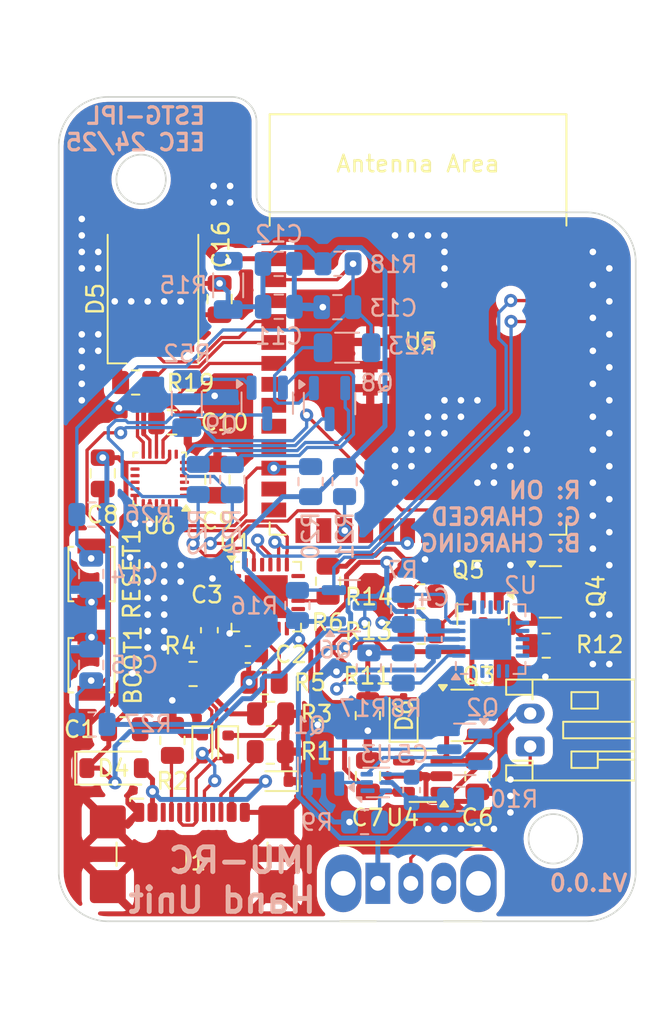
<source format=kicad_pcb>
(kicad_pcb (version 20240108) (generator "pcbnew") (generator_version "8.0")
  (layers (0 "F.Cu" signal) (31 "B.Cu" signal) (34 "B.Paste" user) (35 "F.Paste" user) (36 "B.SilkS" user "B.Silkscreen") (37 "F.SilkS" user "F.Silkscreen") (38 "B.Mask" user) (39 "F.Mask" user) (44 "Edge.Cuts" user))
  (net 0 "")
  (net 1 "Net-(BT1-+)")
  (net 2 "VBUS")
  (net 3 "GND")
  (net 4 "Net-(U1-VBUS)")
  (net 5 "+3.3V")
  (net 6 "+BATT")
  (net 7 "Net-(D5-DI)")
  (net 8 "Net-(D6-K)")
  (net 9 "Net-(U6-RESV_VDDIO)")
  (net 10 "Net-(U6-REGOUT)")
  (net 11 "CHIP_PU")
  (net 12 "BOOT")
  (net 13 "Net-(D1-A2)")
  (net 14 "Net-(D2-A2)")
  (net 15 "Net-(D3-A2)")
  (net 16 "Net-(J1-CC1)")
  (net 19 "Net-(J1-CC2)")
  (net 20 "Net-(Q1-D)")
  (net 21 "Net-(Q1-G)")
  (net 22 "Net-(Q2-G)")
  (net 23 "Net-(Q4-D)")
  (net 24 "BATT_READ_EN")
  (net 25 "Net-(Q5-S)")
  (net 26 "CHRG_5V")
  (net 27 "CHRG")
  (net 28 "RTS")
  (net 29 "Net-(Q8-B)")
  (net 30 "Net-(Q8-C)")
  (net 31 "Net-(Q9-B)")
  (net 32 "Net-(Q9-C)")
  (net 33 "DTR")
  (net 34 "Net-(U1-~{RST})")
  (net 35 "Net-(U1-~{SUSPEND})")
  (net 36 "Net-(U2-PROG)")
  (net 37 "BATT_READ")
  (net 38 "SDA")
  (net 39 "SCL")
  (net 42 "U0RXD")
  (net 49 "U0TXD")
  (net 56 "MPU_INT")
  (net 58 "Net-(BT1--)")
  (net 59 "Net-(U3-BAT)")
  (net 60 "Net-(U3-V-)")
  (net 61 "Net-(U5-3V3)")
  (net 85 "FUNCTION_LED_CLK")
  (net 88 "FUNCTION_LED_DATA")
  (footprint "Capacitor_SMD:C_0603_1608Metric" (layer "F.Cu") (at 30.035 54.7 180)
    (property "Reference" "C2")
    (property "Value" "1uF/16V(10%)")
  )
  (footprint "Diode_SMD:D_SOD-323" (layer "F.Cu") (at 39.48 58.39 90)
    (property "Reference" "D6")
    (property "Value" "BAT20J")
  )
  (footprint "Resistor_SMD:R_0805_2012Metric" (layer "F.Cu") (at 31.3925 60.59 180)
    (property "Reference" "R1")
    (property "Value" "5k1")
  )
  (footprint "Resistor_SMD:R_0805_2012Metric" (layer "F.Cu") (at 37.31 58.4075 90)
    (property "Reference" "R11")
    (property "Value" "10k")
  )
  (footprint "Diode_SMD:D_SOD-523" (layer "F.Cu") (at 31.8 62.38 180)
    (property "Reference" "D1" (hide yes))
    (property "Value" "LESD5D5.0CT1G")
  )
  (footprint "Capacitor_SMD:C_0805_2012Metric" (layer "F.Cu") (at 37.32 62.08 90)
    (property "Reference" "C7")
    (property "Value" "1uF/16V")
  )
  (footprint "Resistor_SMD:R_0805_2012Metric" (layer "F.Cu") (at 31.4125 58.3 180)
    (property "Reference" "R3")
    (property "Value" "47k5")
  )
  (footprint "Capacitor_SMD:C_0805_2012Metric" (layer "F.Cu") (at 22.55 59.23)
    (property "Reference" "C1")
    (property "Value" "10uF/16V")
  )
  (footprint "Resistor_SMD:R_0805_2012Metric" (layer "F.Cu") (at 31.0225 56.38 180)
    (property "Reference" "R5")
    (property "Value" "1k")
  )
  (footprint "Capacitor_SMD:C_0805_2012Metric" (layer "F.Cu") (at 28.19 44.09 -90)
    (property "Reference" "C9")
    (property "Value" "1uF/16V(10%)")
  )
  (footprint "Capacitor_SMD:C_0805_2012Metric" (layer "F.Cu") (at 21.23 43.71 -90)
    (property "Reference" "C8")
    (property "Value" "10nF/16V")
  )
  (footprint "Resistor_SMD:R_0805_2012Metric" (layer "F.Cu") (at 23.2275 38.2)
    (property "Reference" "R19")
    (property "Value" "470")
  )
  (footprint "Diode_SMD:D_SOD-523" (layer "F.Cu") (at 27.27 60.31 -90)
    (property "Reference" "D3" (hide yes))
    (property "Value" "LESD5D5.0CT1G")
  )
  (footprint "Library:InvenSense_QFN-24_3x3mm_P0.4mm_MODIFIED" (layer "F.Cu") (at 24.69 44.05 180)
    (property "Reference" "U6")
    (property "Value" "MPU-9250")
  )
  (footprint "Capacitor_SMD:C_0805_2012Metric" (layer "F.Cu") (at 28.32 33.14 90)
    (property "Reference" "C16")
    (property "Value" "1uF/50V(10%)")
  )
  (footprint "Resistor_SMD:R_0805_2012Metric" (layer "F.Cu") (at 26.7125 55.88 180)
    (property "Reference" "R4")
    (property "Value" "22k1")
  )
  (footprint "Package_TO_SOT_SMD:SOT-23" (layer "F.Cu") (at 44.3 52.2375 -90)
    (property "Reference" "Q5")
    (property "Value" "AO3401A")
  )
  (footprint "Package_TO_SOT_SMD:SOT-23" (layer "F.Cu") (at 48.3875 50.9)
    (property "Reference" "Q4")
    (property "Value" "AO3400A")
  )
  (footprint "Diode_SMD:D_SOD-523" (layer "F.Cu") (at 28.84 60.31 -90)
    (property "Reference" "D2" (hide yes))
    (property "Value" "LESD5D5.0CT1G")
  )
  (footprint "Button_Switch_THT:SW_Slide_SPDT_Angled_CK_OS102011MA1Q" (layer "F.Cu") (at 37.91931 68.578542)
    (property "Reference" "SW1" (hide yes))
    (property "Value" "SW_SPDT")
  )
  (footprint "Resistor_SMD:R_0805_2012Metric" (layer "F.Cu") (at 34.9 50.2575 90)
    (property "Reference" "R6")
    (property "Value" "10k")
  )
  (footprint "PCM_Espressif:ESP32-S3-WROOM-1" (layer "F.Cu") (at 40.357846 37.682575)
    (property "Reference" "U5")
    (property "Value" "ESP32-S3-WROOM-1")
  )
  (footprint "Resistor_SMD:R_0805_2012Metric" (layer "F.Cu") (at 25.46 59.9075 -90)
    (property "Reference" "R2")
    (property "Value" "5k1")
  )
  (footprint "Button_Switch_SMD:SW_SPST_B3U-1000P" (layer "F.Cu") (at 20.55 49.82 90)
    (property "Reference" "RESET1")
    (property "Value" "B3U-1000P")
  )
  (footprint "Library:USB_C_Receptacle_GCT_USB4110_MODIFIED" (layer "F.Cu") (at 26.65 67.955)
    (property "Reference" "J1")
    (property "Value" "USB_C_Receptacle")
  )
  (footprint "Package_DFN_QFN:QFN-24-1EP_4x4mm_P0.5mm_EP2.6x2.6mm" (layer "F.Cu") (at 31.15 51.19)
    (property "Reference" "U1")
    (property "Value" "CP2102N")
  )
  (footprint "Package_TO_SOT_SMD:SOT-23-5" (layer "F.Cu") (at 40.64 62.08 180)
    (property "Reference" "U4")
    (property "Value" "AP2112K-3.3")
  )
  (footprint "Diode_SMD:D_SOD-123" (layer "F.Cu") (at 21.92 61.59)
    (property "Reference" "D4")
    (property "Value" "1N5819")
  )
  (footprint "Library:LED_Inolux_IN-P55TATRGB_PLCC6_5.0x5.5mm_P1.8mm" (layer "F.Cu") (at 24.28 33.14 90)
    (property "Reference" "D5")
    (property "Value" "APA102")
  )
  (footprint "Capacitor_SMD:C_0603_1608Metric" (layer "F.Cu") (at 27.7 53.225 90)
    (property "Reference" "C3")
    (property "Value" "10uF/25V")
  )
  (footprint "Resistor_SMD:R_0805_2012Metric" (layer "F.Cu") (at 48.1325 54.16 180)
    (property "Reference" "R12")
    (property "Value" "10k")
  )
  (footprint "Button_Switch_SMD:SW_SPST_B3U-1000P" (layer "F.Cu") (at 20.55 55.35 -90)
    (property "Reference" "BOOT1")
    (property "Value" "B3U-1000P")
  )
  (footprint "Resistor_SMD:R_0805_2012Metric" (layer "F.Cu") (at 40.5225 51.17)
    (property "Reference" "R14")
    (property "Value" "22k")
  )
  (footprint "Connector_JST:JST_PH_S2B-PH-K_1x02_P2.00mm_Horizontal" (layer "F.Cu") (at 47.16 60.28 90)
    (property "Reference" "BT1" (hide yes))
    (property "Value" "LiPo 3.7V 600mAh")
  )
  (footprint "Package_TO_SOT_SMD:SOT-23" (layer "F.Cu") (at 43.0275 58.39)
    (property "Reference" "Q3")
    (property "Value" "AO3401A")
  )
  (footprint "Resistor_SMD:R_0805_2012Metric" (layer "F.Cu") (at 40.5425 53.32 180)
    (property "Reference" "R13")
    (property "Value" "6k")
  )
  (footprint "Capacitor_SMD:C_0805_2012Metric" (layer "F.Cu") (at 43.96 62.08 -90)
    (property "Reference" "C6")
    (property "Value" "1uF/16V")
  )
  (footprint "Capacitor_SMD:C_0805_2012Metric" (layer "F.Cu") (at 25.44 40.62)
    (property "Reference" "C10")
    (property "Value" "100nF/16V")
  )
  (footprint "Capacitor_SMD:C_0805_2012Metric" (layer "B.Cu") (at 31.91 33.6075)
    (property "Reference" "C11")
    (property "Value" "10uF/25V")
  )
  (footprint "Capacitor_SMD:C_0603_1608Metric" (layer "B.Cu") (at 39.965 62.92 90)
    (property "Reference" "C5")
    (property "Value" "0.1uF/16V")
  )
  (footprint "Resistor_SMD:R_0805_2012Metric" (layer "B.Cu") (at 27.02 44.0825 90)
    (property "Reference" "R22")
    (property "Value" "10k")
  )
  (footprint "Capacitor_SMD:C_0805_2012Metric" (layer "B.Cu") (at 20.53 55.33 -90)
    (property "Reference" "C15")
    (property "Value" "0.1uF/50V(10%)")
  )
  (footprint "Resistor_SMD:R_1206_3216Metric" (layer "B.Cu") (at 26.33 39.4725 -90)
    (property "Reference" "R52")
    (property "Value" "0")
  )
  (footprint "Resistor_SMD:R_1206_3216Metric" (layer "B.Cu") (at 36.0525 36.09)
    (property "Reference" "R23")
    (property "Value" "0")
  )
  (footprint "Package_DFN_QFN:QFN-20-1EP_4x4mm_P0.5mm_EP2.5x2.5mm" (layer "B.Cu") (at 44.76 53.7675)
    (property "Reference" "U2")
    (property "Value" "MCP73831")
  )
  (footprint "Package_TO_SOT_SMD:SOT-23" (layer "B.Cu") (at 31.21 39.4525 -90)
    (property "Reference" "Q9")
    (property "Value" "2N2907A")
  )
  (footprint "Resistor_SMD:R_0805_2012Metric" (layer "B.Cu") (at 20.5725 46.21)
    (property "Reference" "R26")
    (property "Value" "10k")
  )
  (footprint "Capacitor_SMD:C_0805_2012Metric" (layer "B.Cu") (at 20.53 49.82 90)
    (property "Reference" "C14")
    (property "Value" "0.1uF/50V(10%)")
  )
  (footprint "Package_TO_SOT_SMD:SOT-23" (layer "B.Cu") (at 34.625 61.5975 90)
    (property "Reference" "Q1")
    (property "Value" "AO3400A")
  )
  (footprint "Resistor_SMD:R_0805_2012Metric" (layer "B.Cu") (at 29.09 44.0975 90)
    (property "Reference" "R24")
    (property "Value" "10k")
  )
  (footprint "Resistor_SMD:R_1206_3216Metric" (layer "B.Cu") (at 28.84 32.3075 90)
    (property "Reference" "R15")
    (property "Value" "0")
  )
  (footprint "Package_SON:WSON-6_1.5x1.5mm_P0.5mm" (layer "B.Cu") (at 37.82 62.46)
    (property "Reference" "U3")
    (property "Value" "BQ297xy")
  )
  (footprint "Resistor_SMD:R_0805_2012Metric" (layer "B.Cu") (at 42.9375 63.46)
    (property "Reference" "R10")
    (property "Value" "330")
  )
  (footprint "Resistor_SMD:R_0805_2012Metric" (layer "B.Cu") (at 37.375 55.515 90)
    (property "Reference" "R17")
    (property "Value" "10k")
  )
  (footprint "Resistor_SMD:R_0805_2012Metric" (layer "B.Cu") (at 37.1125 64.86)
    (property "Reference" "R9")
    (property "Value" "2k2")
  )
  (footprint "Package_TO_SOT_SMD:SOT-23" (layer "B.Cu") (at 36.1875 51.7425)
    (property "Reference" "Q6")
    (property "Value" "BSS138")
  )
  (footprint "Package_TO_SOT_SMD:SOT-23" (layer "B.Cu") (at 34.99 39.4775 -90)
    (property "Reference" "Q8")
    (property "Value" "2N2907A")
  )
  (footprint "Capacitor_SMD:C_0805_2012Metric" (layer "B.Cu") (at 31.9 31.0075)
    (property "Reference" "C12")
    (property "Value" "100nF/50V(10%)")
  )
  (footprint "Capacitor_SMD:C_0603_1608Metric" (layer "B.Cu") (at 41.285 53.7575 -90)
    (property "Reference" "C4")
    (property "Value" "1uF/16V(10%)")
  )
  (footprint "Resistor_SMD:R_0805_2012Metric" (layer "B.Cu") (at 39.455 51.965 -90)
    (property "Reference" "R7")
    (property "Value" "2k")
  )
  (footprint "Resistor_SMD:R_0805_2012Metric" (layer "B.Cu") (at 35.5025 31 180)
    (property "Reference" "R18")
    (property "Value" "10k")
  )
  (footprint "Resistor_SMD:R_0805_2012Metric" (layer "B.Cu") (at 20.5825 58.94)
    (property "Reference" "R27")
    (property "Value" "10k")
  )
  (footprint "Resistor_SMD:R_0805_2012Metric" (layer "B.Cu") (at 39.455 55.515 -90)
    (property "Reference" "R8")
    (property "Value" "2k")
  )
  (footprint "Package_TO_SOT_SMD:SOT-23" (layer "B.Cu") (at 43.1925 60.45 180)
    (property "Reference" "Q2")
    (property "Value" "AO3400A")
  )
  (footprint "Capacitor_SMD:C_0805_2012Metric" (layer "B.Cu") (at 35.465 33.63 180)
    (property "Reference" "C13")
    (property "Value" "1uF/16V(10%)")
  )
  (footprint "Resistor_SMD:R_0805_2012Metric" (layer "B.Cu") (at 33.84 44.2125 90)
    (property "Reference" "R20")
    (property "Value" "2k2")
  )
  (footprint "Resistor_SMD:R_0805_2012Metric" (layer "B.Cu") (at 35.9 44.2075 90)
    (property "Reference" "R21")
    (property "Value" "2k2")
  )
  (footprint "Resistor_SMD:R_0805_2012Metric" (layer "B.Cu") (at 33.04 51.7225 -90)
    (property "Reference" "R16")
    (property "Value" "10k")
  )
  (gr_line (start 53.56 30.88) (end 53.56 67.88) (stroke (width 0.1)) (layer "Edge.Cuts"))
  (gr_line (start 18.56 23.88) (end 18.56 67.88) (stroke (width 0.1)) (layer "Edge.Cuts"))
  (gr_arc (start 18.56 23.88) (mid 19.43868 21.75868) (end 21.56 20.88) (stroke (width 0.1)) (layer "Edge.Cuts"))
  (gr_line (start 21.56 20.88) (end 29.06 20.88) (stroke (width 0.1)) (layer "Edge.Cuts"))
  (gr_arc (start 50.56 27.88) (mid 52.68132 28.75868) (end 53.56 30.88) (stroke (width 0.1)) (layer "Edge.Cuts"))
  (gr_line (start 30.56 22.38) (end 30.56 26.88) (stroke (width 0.1)) (layer "Edge.Cuts"))
  (gr_circle (center 23.56 25.88) (end 23.56 24.38) (stroke (width 0.1)) (fill none) (layer "Edge.Cuts"))
  (gr_circle (center 48.56 65.88) (end 48.56 64.38) (stroke (width 0.1)) (fill none) (layer "Edge.Cuts"))
  (gr_arc (start 53.56 67.88) (mid 52.68132 70.00132) (end 50.56 70.88) (stroke (width 0.1)) (layer "Edge.Cuts"))
  (gr_arc (start 29.06 20.88) (mid 30.12066 21.31934) (end 30.56 22.38) (stroke (width 0.1)) (layer "Edge.Cuts"))
  (gr_line (start 31.56 27.88) (end 50.56 27.88) (stroke (width 0.1)) (layer "Edge.Cuts"))
  (gr_arc (start 31.56 27.88) (mid 30.852893 27.587107) (end 30.56 26.88) (stroke (width 0.1)) (layer "Edge.Cuts"))
  (gr_line (start 50.56 70.88) (end 21.56 70.88) (stroke (width 0.1)) (layer "Edge.Cuts"))
  (gr_arc (start 21.56 70.88) (mid 19.43868 70.00132) (end 18.56 67.88) (stroke (width 0.1)) (layer "Edge.Cuts"))
  (gr_text "IMU-RC\nHand Unit" (at 34.32 70.48 0) (layer "B.SilkS") (effects (font (size 1.5 1.5) (thickness 0.3) (bold yes)) (justify left bottom mirror)))
  (gr_text "ESTG-IPL\nEEC 24/25" (at 27.56 24.22 0) (layer "B.SilkS") (effects (font (size 1 1) (thickness 0.2) (bold yes)) (justify left bottom mirror)))
  (gr_text "V1.0.0" (at 53.16 69.15 0) (layer "B.SilkS") (effects (font (size 1 1) (thickness 0.2) (bold yes)) (justify left bottom mirror)))
  (gr_text "R: ON\nG: CHARGED\nB: CHARGING" (at 50.35 48.55 0) (layer "B.SilkS") (effects (font (size 1 1) (thickness 0.2) (bold yes)) (justify left bottom mirror)))
  (segment (start 47.16 60.28) (end 47.16 64.46) (width 0.2) (layer "F.Cu") (net 1))
  (segment (start 40.46 66.51) (end 39.91931 67.05069) (width 0.2) (layer "F.Cu") (net 1))
  (segment (start 45.11 66.51) (end 40.46 66.51) (width 0.2) (layer "F.Cu") (net 1))
  (segment (start 39.91931 67.05069) (end 39.91931 68.578542) (width 0.2) (layer "F.Cu") (net 1))
  (segment (start 47.16 64.46) (end 45.11 66.51) (width 0.2) (layer "F.Cu") (net 1))
  (segment (start 25.8 55.88) (end 24.95 55.88) (width 0.3) (layer "F.Cu") (net 2))
  (segment (start 20.27 61.59) (end 21.09 61.59) (width 0.3) (layer "F.Cu") (net 2))
  (segment (start 34.2775 56.777879) (end 35.109621 57.61) (width 0.3) (layer "F.Cu") (net 2))
  (segment (start 24.95 55.88) (end 21.6 59.23) (width 0.3) (layer "F.Cu") (net 2))
  (segment (start 38.46 49.11) (end 36.82 49.11) (width 0.3) (layer "F.Cu") (net 2))
  (segment (start 39.48 57.34) (end 39.58 57.44) (width 0.3) (layer "F.Cu") (net 2))
  (segment (start 37.465 57.34) (end 39.48 57.34) (width 0.3) (layer "F.Cu") (net 2))
  (segment (start 36.02 49.91) (end 36.02 51.559009) (width 0.3) (layer "F.Cu") (net 2))
  (segment (start 34.2775 53.301509) (end 34.2775 56.777879) (width 0.3) (layer "F.Cu") (net 2))
  (segment (start 37.31 54.6675) (end 37.375 54.6025) (width 0.3) (layer "F.Cu") (net 2))
  (segment (start 37.31 57.495) (end 37.31 54.6675) (width 0.3) (layer "F.Cu") (net 2))
  (segment (start 21.6 59.23) (end 21.6 60.26) (width 0.3) (layer "F.Cu") (net 2))
  (segment (start 36.82 49.11) (end 36.02 49.91) (width 0.3) (layer "F.Cu") (net 2))
  (segment (start 21.6 60.26) (end 20.27 61.59) (width 0.3) (layer "F.Cu") (net 2))
  (segment (start 21.09 61.59) (end 21.98 62.48) (width 0.3) (layer "F.Cu") (net 2))
  (segment (start 39.58 57.44) (end 42.09 57.44) (width 0.3) (layer "F.Cu") (net 2))
  (segment (start 37.195 57.61) (end 37.31 57.495) (width 0.3) (layer "F.Cu") (net 2))
  (segment (start 37.31 57.495) (end 37.465 57.34) (width 0.3) (layer "F.Cu") (net 2))
  (segment (start 36.02 51.559009) (end 34.2775 53.301509) (width 0.3) (layer "F.Cu") (net 2))
  (segment (start 35.109621 57.61) (end 37.195 57.61) (width 0.3) (layer "F.Cu") (net 2))
  (via (at 37.375 54.6025) (size 0.8) (drill 0.4) (layers "F.Cu" "B.Cu") (net 2))
  (via (at 21.98 62.48) (size 0.8) (drill 0.4) (layers "F.Cu" "B.Cu") (net 2))
  (via (at 38.46 49.11) (size 0.8) (drill 0.4) (layers "F.Cu" "B.Cu") (net 2))
  (segment (start 42.8225 53.2675) (end 41.57 53.2675) (width 0.3) (layer "B.Cu") (net 2))
  (segment (start 29.71052 57.38052) (end 30.240851 57.38052) (width 0.3) (layer "B.Cu") (net 2))
  (segment (start 36.1125 52.072696) (end 36.1125 51.412304) (width 0.3) (layer "B.Cu") (net 2))
  (segment (start 38.46 51.51939) (end 39.03061 52.09) (width 0.3) (layer "B.Cu") (net 2))
  (segment (start 30.91 56.711371) (end 30.91 56.18104) (width 0.3) (layer "B.Cu") (net 2))
  (segment (start 39.03061 52.09) (end 40.3925 52.09) (width 0.3) (layer "B.Cu") (net 2))
  (segment (start 34.753871 53.2675) (end 36.017696 53.2675) (width 0.3) (layer "B.Cu") (net 2))
  (segment (start 36.27 53.015196) (end 36.27 52.230196) (width 0.3) (layer "B.Cu") (net 2))
  (segment (start 30.91 56.18104) (end 31.08052 56.01052) (width 0.3) (layer "B.Cu") (net 2))
  (segment (start 21.98 62.48) (end 21.98 60.27) (width 0.3) (layer "B.Cu") (net 2))
  (segment (start 22.885 59.365) (end 27.72604 59.365) (width 0.3) (layer "B.Cu") (net 2))
  (segment (start 40.3925 52.09) (end 41.285 52.9825) (width 0.3) (layer "B.Cu") (net 2))
  (segment (start 36.357304 51.1675) (end 37.8725 51.1675) (width 0.3) (layer "B.Cu") (net 2))
  (segment (start 36.27 52.230196) (end 36.1125 52.072696) (width 0.3) (layer "B.Cu") (net 2))
  (segment (start 36.017696 53.2675) (end 36.27 53.015196) (width 0.3) (layer "B.Cu") (net 2))
  (segment (start 21.98 60.27) (end 22.885 59.365) (width 0.3) (layer "B.Cu") (net 2))
  (segment (start 31.08052 56.01052) (end 32.010851 56.01052) (width 0.3) (layer "B.Cu") (net 2))
  (segment (start 32.010851 56.01052) (end 34.753871 53.2675) (width 0.3) (layer "B.Cu") (net 2))
  (segment (start 27.72604 59.365) (end 29.71052 57.38052) (width 0.3) (layer "B.Cu") (net 2))
  (segment (start 37.8725 51.1675) (end 38.46 50.58) (width 0.3) (layer "B.Cu") (net 2))
  (segment (start 39.455 54.6025) (end 37.375 54.6025) (width 0.3) (layer "B.Cu") (net 2))
  (segment (start 38.46 49.11) (end 38.46 51.51939) (width 0.3) (layer "B.Cu") (net 2))
  (segment (start 36.1125 51.412304) (end 36.357304 51.1675) (width 0.3) (layer "B.Cu") (net 2))
  (segment (start 30.240851 57.38052) (end 30.91 56.711371) (width 0.3) (layer "B.Cu") (net 2))
  (segment (start 38.46 50.58) (end 38.46 49.11) (width 0.3) (layer "B.Cu") (net 2))
  (segment (start 41.57 53.2675) (end 41.285 52.9825) (width 0.3) (layer "B.Cu") (net 2))
  (segment (start 41.115001 62.08) (end 40.84 62.355001) (width 0.3) (layer "F.Cu") (net 3))
  (segment (start 38.791371 49.91) (end 39.26 49.441371) (width 0.3) (layer "F.Cu") (net 3))
  (segment (start 24.09 45.55) (end 24.09 46.77) (width 0.3) (layer "F.Cu") (net 3))
  (segment (start 27.27 59.61) (end 26.075 59.61) (width 0.3) (layer "F.Cu") (net 3))
  (segment (start 27.7 54) (end 28.35 54) (width 0.3) (layer "F.Cu") (net 3))
  (segment (start 33.72 62.38) (end 36.2 64.86) (width 0.3) (layer "F.Cu") (net 3))
  (segment (start 30.4 50.44) (end 29.2125 50.44) (width 0.3) (layer "F.Cu") (net 3))
  (segment (start 21.23 44.66) (end 21.23 46.542412) (width 0.3) (layer "F.Cu") (net 3))
  (segment (start 28.32 34.09) (end 27.33 34.09) (width 0.3) (layer "F.Cu") (net 3))
  (segment (start 25.225 59.23) (end 25.46 58.995) (width 0.3) (layer "F.Cu") (net 3))
  (segment (start 24.89 42.55) (end 24.89 41.7) (width 0.2) (layer "F.Cu") (net 3))
  (segment (start 23.715 41.31939) (end 23.715 39.92061) (width 0.3) (layer "F.Cu") (net 3))
  (segment (start 39.55 48.93) (end 40.78 48.93) (width 0.3) (layer "F.Cu") (net 3))
  (segment (start 28.84 59.61) (end 31.015 59.61) (width 0.3) (layer "F.Cu") (net 3))
  (segment (start 38.128629 48.31) (end 38.93 48.31) (width 0.3) (layer "F.Cu") (net 3))
  (segment (start 22.89 48.202412) (end 22.89 48.81) (width 0.3) (layer "F.Cu") (net 3))
  (segment (start 36.643959 48.685) (end 37.753629 48.685) (width 0.3) (layer "F.Cu") (net 3))
  (segment (start 41.089804 63.61) (end 43.38 63.61) (width 0.3) (layer "F.Cu") (net 3))
  (segment (start 28.35 54) (end 28.93 53.42) (width 0.3) (layer "F.Cu") (net 3))
  (segment (start 38.615 49.91) (end 38.791371 49.91) (width 0.3) (layer "F.Cu") (net 3))
  (segment (start 40.84 62.355001) (end 40.84 63.360196) (width 0.3) (layer "F.Cu") (net 3))
  (segment (start 48.08 52.48) (end 48.08 56.05) (width 0.3) (layer "F.Cu") (net 3))
  (segment (start 21.23 46.542412) (end 22.89 48.202412) (width 0.3) (layer "F.Cu") (net 3))
  (segment (start 34.9 49.345) (end 35.98396 49.345) (width 0.3) (layer "F.Cu") (net 3))
  (segment (start 29.85 64.275) (end 31.185 64.275) (width 0.3) (layer "F.Cu") (net 3))
  (segment (start 38.93 48.31) (end 39.55 48.93) (width 0.3) (layer "F.Cu") (net 3))
  (segment (start 31.015 59.61) (end 32.325 58.3) (width 0.3) (layer "F.Cu") (net 3))
  (segment (start 25.39 39.62) (end 26.39 40.62) (width 0.3) (layer "F.Cu") (net 3))
  (segment (start 28.4 54.7) (end 27.7 54) (width 0.3) (layer "F.Cu") (net 3))
  (segment (start 41.435 50.515) (end 42.7 49.25) (width 0.3) (layer "F.Cu") (net 3))
  (segment (start 24.09 42.55) (end 24.09 41.69439) (width 0.2) (layer "F.Cu") (net 3))
  (segment (start 23.03 56.32561) (end 19.545 59.81061) (width 0.3) (layer "F.Cu") (net 3))
  (segment (start 29.26 54.7) (end 28.4 54.7) (width 0.3) (layer "F.Cu") (net 3))
  (segment (start 39.26 49.265) (end 39.595 48.93) (width 0.3) (layer "F.Cu") (net 3))
  (segment (start 38.169468 52.766506) (end 38.169468 50.355532) (width 0.3) (layer "F.Cu") (net 3))
  (segment (start 27.33 34.09) (end 26.08 35.34) (width 0.3) (layer "F.Cu") (net 3))
  (segment (start 40.84 63.360196) (end 41.089804 63.61) (width 0.3) (layer "F.Cu") (net 3))
  (segment (start 25.46 58.995) (end 25.46 57.49) (width 0.3) (layer "F.Cu") (net 3))
  (segment (start 19.545 59.81061) (end 19.545 62.855) (width 0.3) (layer "F.Cu") (net 3))
  (segment (start 41.435 51.17) (end 41.435 50.515) (width 0.3) (layer "F.Cu") (net 3))
  (segment (start 41.7775 62.08) (end 41.115001 62.08) (width 0.3) (layer "F.Cu") (net 3))
  (segment (start 35.98396 49.345) (end 36.28448 49.044479) (width 0.3) (layer "F.Cu") (net 3))
  (segment (start 25.46 57.49) (end 25.45 57.48) (width 0.3) (layer "F.Cu") (net 3))
  (segment (start 43.38 63.61) (end 43.96 63.03) (width 0.3) (layer "F.Cu") (net 3))
  (segment (start 19.545 62.855) (end 21.54 64.85) (width 0.3) (layer "F.Cu") (net 3))
  (segment (start 23.19 45.05) (end 23.19 46.77) (width 0.2) (layer "F.Cu") (net 3))
  (segment (start 28.24 50.44) (end 27.89 50.09) (width 0.3) (layer "F.Cu") (net 3))
  (segment (start 31.15 51.19) (end 30.4 50.44) (width 0.3) (layer "F.Cu") (net 3))
  (segment (start 32.5 62.38) (end 33.72 62.38) (width 0.3) (layer "F.Cu") (net 3))
  (segment (start 24.89 41.7) (end 25.97 40.62) (width 0.2) (layer "F.Cu") (net 3))
  (segment (start 33.61 58.3) (end 34.27 58.96) (width 0.3) (layer "F.Cu") (net 3))
  (segment (start 24.01561 39.62) (end 25.39 39.62) (width 0.3) (layer "F.Cu") (net 3))
  (segment (start 24.09 46.77) (end 24.08 46.78) (width 0.3) (layer "F.Cu") (net 3))
  (segment (start 26.075 59.61) (end 25.46 58.995) (width 0.3) (layer "F.Cu") (net 3))
  (segment (start 38.169468 50.355532) (end 38.615 49.91) (width 0.3) (layer "F.Cu") (net 3))
  (segment (start 36.28448 49.044479) (end 36.643959 48.685) (width 0.3) (layer "F.Cu") (net 3))
  (segment (start 31.185 64.275) (end 31.76 64.85) (width 0.3) (layer "F.Cu") (net 3))
  (segment (start 23.5 59.23) (end 25.225 59.23) (width 0.3) (layer "F.Cu") (net 3))
  (segment (start 32.325 58.3) (end 33.61 58.3) (width 0.3) (layer "F.Cu") (net 3))
  (segment (start 37.753629 48.685) (end 38.128629 48.31) (width 0.3) (layer "F.Cu") (net 3))
  (segment (start 26.39 40.62) (end 26.41 40.62) (width 0.3) (layer "F.Cu") (net 3))
  (segment (start 23.715 39.92061) (end 24.01561 39.62) (width 0.3) (layer "F.Cu") (net 3))
  (segment (start 39.595 48.93) (end 40.78 48.93) (width 0.3) (layer "F.Cu") (net 3))
  (segment (start 23.03 55.84) (end 23.03 56.32561) (width 0.3) (layer "F.Cu") (net 3))
  (segment (start 26.41 40.62) (end 28.02 39.01) (width 0.3) (layer "F.Cu") (net 3))
  (segment (start 29.2125 50.44) (end 28.24 50.44) (width 0.3) (layer "F.Cu") (net 3))
  (segment (start 47.45 51.85) (end 48.08 52.48) (width 0.3) (layer "F.Cu") (net 3))
  (segment (start 25.97 40.62) (end 26.39 40.62) (width 0.2) (layer "F.Cu") (net 3))
  (segment (start 39.26 49.441371) (end 39.26 49.265) (width 0.3) (layer "F.Cu") (net 3))
  (segment (start 24.09 41.69439) (end 23.715 41.31939) (width 0.2) (layer "F.Cu") (net 3))
  (via (at 38.96 43.28) (size 0.8) (drill 0.4) (layers "F.Cu" "B.Cu") (net 3))
  (via (at 44.96 65.28) (size 0.8) (drill 0.4) (layers "F.Cu" "B.Cu") (net 3))
  (via (at 28.96 26.28) (size 0.8) (drill 0.4) (layers "F.Cu" "B.Cu") (net 3))
  (via (at 42.96 39.28) (size 0.8) (drill 0.4) (layers "F.Cu" "B.Cu") (net 3))
  (via (at 50.96 46.28) (size 0.8) (drill 0.4) (layers "F.Cu" "B.Cu") (net 3))
  (via (at 41.96 31.28) (size 0.8) (drill 0.4) (layers "F.Cu" "B.Cu") (net 3))
  (via (at 19.96 29.28) (size 0.8) (drill 0.4) (layers "F.Cu" "B.Cu") (net 3))
  (via (at 51.96 31.28) (size 0.8) (drill 0.4) (layers "F.Cu" "B.Cu") (net 3))
  (via (at 38.96 44.28) (size 0.8) (drill 0.4) (layers "F.Cu" "B.Cu") (net 3))
  (via (at 43.96 44.28) (size 0.8) (drill 0.4) (layers "F.Cu" "B.Cu") (net 3))
  (via (at 50.96 52.28) (size 0.8) (drill 0.4) (layers "F.Cu" "B.Cu") (net 3))
  (via (at 28.02 39.01) (size 0.8) (drill 0.4) (layers "F.Cu" "B.Cu") (net 3))
  (via (at 23.96 49.28) (size 0.8) (drill 0.4) (layers "F.Cu" "B.Cu") (net 3))
  (via (at 39.96 29.28) (size 0.8) (drill 0.4) (layers "F.Cu" "B.Cu") (net 3))
  (via (at 20.96 36.28) (size 0.8) (drill 0.4) (layers "F.Cu" "B.Cu") (net 3))
  (via (at 45.96 49.28) (size 0.8) (drill 0.4) (layers "F.Cu" "B.Cu") (net 3))
  (via (at 23.03 55.84) (size 0.8) (drill 0.4) (layers "F.Cu" "B.Cu") (net 3))
  (via (at 41.96 29.28) (size 0.8) (drill 0.4) (layers "F.Cu" "B.Cu") (net 3))
  (via (at 45.96 62.28) (size 0.8) (drill 0.4) (layers "F.Cu" "B.Cu") (net 3))
  (via (at 45.96 42.28) (size 0.8) (drill 0.4) (layers "F.Cu" "B.Cu") (net 3))
  (via (at 40.96 41.28) (size 0.8) (drill 0.4) (layers "F.Cu" "B.Cu") (net 3))
  (via (at 23.96 54.28) (size 0.8) (drill 0.4) (layers "F.Cu" "B.Cu") (net 3))
  (via (at 44.96 43.28) (size 0.8) (drill 0.4) (layers "F.Cu" "B.Cu") (net 3))
  (via (at 50.96 40.28) (size 0.8) (drill 0.4) (layers "F.Cu" "B.Cu") (net 3))
  (via (at 28.93 53.42) (size 0.8) (drill 0.4) (layers "F.Cu" "B.Cu") (net 3))
  (via (at 24.96 52.28) (size 0.8) (drill 0.4) (layers "F.Cu" "B.Cu") (net 3))
  (via (at 50.96 36.28) (size 0.8) (drill 0.4) (layers "F.Cu" "B.Cu") (net 3))
  (via (at 51.96 52.28) (size 0.8) (drill 0.4) (layers "F.Cu" "B.Cu") (net 3))
  (via (at 20.96 30.28) (size 0.8) (drill 0.4) (layers "F.Cu" "B.Cu") (net 3))
  (via (at 24.96 54.28) (size 0.8) (drill 0.4) (layers "F.Cu" "B.Cu") (net 3))
  (via (at 50.96 32.28) (size 0.8) (drill 0.4) (layers "F.Cu" "B.Cu") (net 3))
  (via (at 51.96 43.28) (size 0.8) (drill 0.4) (layers "F.Cu" "B.Cu") (net 3))
  (via (at 50.96 30.28) (size 0.8) (drill 0.4) (layers "F.Cu" "B.Cu") (net 3))
  (via (at 20.96 35.28) (size 0.8) (drill 0.4) (layers "F.Cu" "B.Cu") (net 3))
  (via (at 43.96 65.28) (size 0.8) (drill 0.4) (layers "F.Cu" "B.Cu") (net 3))
  (via (at 50.96 34.28) (size 0.8) (drill 0.4) (layers "F.Cu" "B.Cu") (net 3))
  (via (at 42.96 65.28) (size 0.8) (drill 0.4) (layers "F.Cu" "B.Cu") (net 3))
  (via (at 22.96 33.28) (size 0.8) (drill 0.4) (layers "F.Cu" "B.Cu") (net 3))
  (via (at 51.96 39.28) (size 0.8) (drill 0.4) (layers "F.Cu" "B.Cu") (net 3))
  (via (at 40.78 48.93) (size 0.8) (drill 0.4) (layers "F.Cu" "B.Cu") (net 3))
  (via (at 19.96 37.28) (size 0.8) (drill 0.4) (layers "F.Cu" "B.Cu") (net 3))
  (via (at 41.96 39.28) (size 0.8) (drill 0.4) (layers "F.Cu" "B.Cu") (net 3))
  (via (at 51.96 49.28) (size 0.8) (drill 0.4) (layers "F.Cu" "B.Cu") (net 3))
  (via (at 23.96 33.28) (size 0.8) (drill 0.4) (layers "F.Cu" "B.Cu") (net 3))
  (via (at 19.96 36.28) (size 0.8) (drill 0.4) (layers "F.Cu" "B.Cu") (net 3))
  (via (at 23.96 50.28) (size 0.8) (drill 0.4) (layers "F.Cu" "B.Cu") (net 3))
  (via (at 50.96 42.28) (size 0.8) (drill 0.4) (layers "F.Cu" "B.Cu") (net 3))
  (via (at 41.96 30.28) (size 0.8) (drill 0.4) (layers "F.Cu" "B.Cu") (net 3))
  (via (at 23.96 54.28) (size 0.8) (drill 0.4) (layers "F.Cu" "B.Cu") (net 3))
  (via (at 39.96 43.28) (size 0.8) (drill 0.4) (layers "F.Cu" "B.Cu") (net 3))
  (via (at 50.96 44.28) (size 0.8) (drill 0.4) (layers "F.Cu" "B.Cu") (net 3))
  (via (at 40.96 42.28) (size 0.8) (drill 0.4) (layers "F.Cu" "B.Cu") (net 3))
  (via (at 41.96 65.28) (size 0.8) (drill 0.4) (layers "F.Cu" "B.Cu") (net 3))
  (via (at 42.96 40.28) (size 0.8) (drill 0.4) (layers "F.Cu" "B.Cu") (net 3))
  (via (at 24.96 51.28) (size 0.8) (drill 0.4) (layers "F.Cu" "B.Cu") (net 3))
  (via (at 22.89 48.81) (size 0.8) (drill 0.4) (layers "F.Cu" "B.Cu") (net 3))
  (via (at 34.58 33.63) (size 0.8) (drill 0.4) (layers "F.Cu" "B.Cu") (net 3))
  (via (at 27.96 26.28) (size 0.8) (drill 0.4) (layers "F.Cu" "B.Cu") (net 3))
  (via (at 51.96 55.28) (size 0.8) (drill 0.4) (layers "F.Cu" "B.Cu") (net 3))
  (via (at 48.08 56.05) (size 0.8) (drill 0.4) (layers "F.Cu" "B.Cu") (net 3))
  (via (at 50.96 55.28) (size 0.8) (drill 0.4) (layers "F.Cu" "B.Cu") (net 3))
  (via (at 20.55 53.65) (size 0.8) (drill 0.4) (layers "F.Cu" "B.Cu") (net 3))
  (via (at 38.96 42.28) (size 0.8) (drill 0.4) (layers "F.Cu" "B.Cu") (net 3))
  (via (at 39.96 42.28) (size 0.8) (drill 0.4) (layers "F.Cu" "B.Cu") (net 3))
  (via (at 44.96 44.28) (size 0.8) (drill 0.4) (layers "F.Cu" "B.Cu") (net 3))
  (via (at 46.96 41.28) (size 0.8) (drill 0.4) (layers "F.Cu" "B.Cu") (net 3))
  (via (at 19.96 28.28) (size 0.8) (drill 0.4) (layers "F.Cu" "B.Cu") (net 3))
  (via (at 37.31 59.32) (size 0.8) (drill 0.4) (layers "F.Cu" "B.Cu") (net 3))
  (via (at 23.96 51.28) (size 0.8) (drill 0.4) (layers "F.Cu" "B.Cu") (net 3))
  (via (at 21.96 33.28) (size 0.8) (drill 0.4) (layers "F.Cu" "B.Cu") (net 3))
  (via (at 51.96 47.28) (size 0.8) (drill 0.4) (layers "F.Cu" "B.Cu") (net 3))
  (via (at 25.45 57.48) (size 0.8) (drill 0.4) (layers "F.Cu" "B.Cu") (net 3))
  (via (at 24.96 50.28) (size 0.8) (drill 0.4) (layers "F.Cu" "B.Cu") (net 3))
  (via (at 25.96 49.28) (size 0.8) (drill 0.4) (layers "F.Cu" "B.Cu") (net 3))
  (via (at 50.96 38.28) (size 0.8) (drill 0.4) (layers "F.Cu" "B.Cu") (net 3))
  (via (at 45.96 43.28) (size 0.8) (drill 0.4) (layers "F.Cu" "B.Cu") (net 3))
  (via (at 38.96 29.28) (size 0.8) (drill 0.4) (layers "F.Cu" "B.Cu") (net 3))
  (via (at 43.96 39.28) (size 0.8) (drill 0.4) (layers "F.Cu" "B.Cu") (net 3))
  (via (at 42.7 49.25) (size 0.8) (drill 0.4) (layers "F.Cu" "B.Cu") (net 3))
  (via (at 24.96 53.28) (size 0.8) (drill 0.4) (layers "F.Cu" "B.Cu") (net 3))
  (via (at 23.96 53.28) (size 0.8) (drill 0.4) (layers "F.Cu" "B.Cu") (net 3))
  (via (at 34.27 58.96) (size 0.8) (drill 0.4) (layers "F.Cu" "B.Cu") (net 3))
  (via (at 22.21 39.75) (size 0.8) (drill 0.4) (layers "F.Cu" "B.Cu") (net 3))
  (via (at 40.96 40.28) (size 0.8) (drill 0.4) (layers "F.Cu" "B.Cu") (net 3))
  (via (at 25.96 50.28) (size 0.8) (drill 0.4) (layers "F.Cu" "B.Cu") (net 3))
  (via (at 45.96 63.28) (size 0.8) (drill 0.4) (layers "F.Cu" "B.Cu") (net 3))
  (via (at 23.19 46.77) (size 0.8) (drill 0.4) (layers "F.Cu" "B.Cu") (net 3))
  (via (at 51.96 37.28) (size 0.8) (drill 0.4) (layers "F.Cu" "B.Cu") (net 3))
  (via (at 28.96 27.28) (size 0.8) (drill 0.4) (layers "F.Cu" "B.Cu") (net 3))
  (via (at 51.96 45.28) (size 0.8) (drill 0.4) (layers "F.Cu" "B.Cu") (net 3))
  (via (at 27.89 50.09) (size 0.8) (drill 0.4) (layers "F.Cu" "B.Cu") (net 3))
  (via (at 23.96 52.28) (size 0.8) (drill 0.4) (layers "F.Cu" "B.Cu") (net 3))
  (via (at 23.96 52.28) (size 0.8) (drill 0.4) (layers "F.Cu" "B.Cu") (net 3))
  (via (at 46.96 42.28) (size 0.8) (drill 0.4) (layers "F.Cu" "B.Cu") (net 3))
  (via (at 45.96 64.28) (size 0.8) (drill 0.4) (layers "F.Cu" "B.Cu") (net 3))
  (via (at 24.96 33.28) (size 0.8) (drill 0.4) (layers "F.Cu" "B.Cu") (net 3))
  (via (at 41.96 32.28) (size 0.8) (drill 0.4) (layers "F.Cu" "B.Cu") (net 3))
  (via (at 51.96 33.28) (size 0.8) (drill 0.4) (layers "F.Cu" "B.Cu") (net 3))
  (via (at 40.96 65.28) (size 0.8) (drill 0.4) (layers "F.Cu" "B.Cu") (net 3))
  (via (at 19.96 38.28) (size 0.8) (drill 0.4) (layers "F.Cu" "B.Cu") (net 3))
  (via (at 20.96 31.28) (size 0.8) (drill 0.4) (layers "F.Cu" "B.Cu") (net 3))
  (via (at 50.96 48.28) (size 0.8) (drill 0.4) (layers "F.Cu" "B.Cu") (net 3))
  (via (at 41.96 41.28) (size 0.8) (drill 0.4) (layers "F.Cu" "B.Cu") (net 3))
  (via (at 51.96 41.28) (size 0.8) (drill 0.4) (layers "F.Cu" "B.Cu") (net 3))
  (via (at 19.96 35.28) (size 0.8) (drill 0.4) (layers "F.Cu" "B.Cu") (net 3))
  (via (at 43.96 49.28) (size 0.8) (drill 0.4) (layers "F.Cu" "B.Cu") (net 3))
  (via (at 25.96 33.28) (size 0.8) (drill 0.4) (layers "F.Cu" "B.Cu") (net 3))
  (via (at 27.96 27.28) (size 0.8) (drill 0.4) (layers "F.Cu" "B.Cu") (net 3))
  (via (at 51.96 35.28) (size 0.8) (drill 0.4) (layers "F.Cu" "B.Cu") (net 3))
  (via (at 19.96 30.28) (size 0.8) (drill 0.4) (layers "F.Cu" "B.Cu") (net 3))
  (via (at 39.96 41.28) (size 0.8) (drill 0.4) (layers "F.Cu" "B.Cu") (net 3))
  (via (at 24.08 46.78) (size 0.8) (drill 0.4) (layers "F.Cu" "B.Cu") (net 3))
  (via (at 35.41 55.74) (size 0.8) (drill 0.4) (layers "F.Cu" "B.Cu") (net 3))
  (via (at 20.55 51.52) (size 0.8) (drill 0.4) (layers "F.Cu" "B.Cu") (net 3))
  (via (at 24.96 49.28) (size 0.8) (drill 0.4) (layers "F.Cu" "B.Cu") (net 3))
  (via (at 36.2 64.86) (size 0.8) (drill 0.4) (layers "F.Cu" "B.Cu") (net 3))
  (via (at 41.96 40.28) (size 0.8) (drill 0.4) (layers "F.Cu" "B.Cu") (net 3))
  (via (at 23.96 53.28) (size 0.8) (drill 0.4) (layers "F.Cu" "B.Cu") (net 3))
  (via (at 19.96 31.28) (size 0.8) (drill 0.4) (layers "F.Cu" "B.Cu") (net 3))
  (via (at 38.169468 52.766506) (size 0.8) (drill 0.4) (layers "F.Cu" "B.Cu") (net 3))
  (via (at 19.96 39.28) (size 0.8) (drill 0.4) (layers "F.Cu" "B.Cu") (net 3))
  (via (at 40.96 29.28) (size 0.8) (drill 0.4) (layers "F.Cu" "B.Cu") (net 3))
  (segment (start 28.02 39.01) (end 22.95 39.01) (width 0.3) (layer "B.Cu") (net 3))
  (segment (start 42.8225 54.2675) (end 41.55 54.2675) (width 0.3) (layer "B.Cu") (net 3))
  (segment (start 39.455 52.8775) (end 38.280462 52.8775) (width 0.3) (layer "B.Cu") (net 3))
  (segment (start 22.95 39.01) (end 22.21 39.75) (width 0.3) (layer "B.Cu") (net 3))
  (segment (start 20.53 51.5) (end 20.55 51.52) (width 0.3) (layer "B.Cu") (net 3))
  (segment (start 35.25104 64.86) (end 33.675 63.28396) (width 0.3) (layer "B.Cu") (net 3))
  (segment (start 20.53 50.77) (end 20.53 51.5) (width 0.3) (layer "B.Cu") (net 3))
  (segment (start 40.7648 55.64) (end 41.285 55.1198) (width 0.3) (layer "B.Cu") (net 3))
  (segment (start 24.67 57.48) (end 23.03 55.84) (width 0.3) (layer "B.Cu") (net 3))
  (segment (start 34.515 33.63) (end 34.58 33.63) (width 0.3) (layer "B.Cu") (net 3))
  (segment (start 20.53 54.38) (end 20.53 53.67) (width 0.3) (layer "B.Cu") (net 3))
  (segment (start 33.675 62.535) (end 33.675 59.555) (width 0.3) (layer "B.Cu") (net 3))
  (segment (start 32.85 33.5975) (end 32.86 33.6075) (width 0.3) (layer "B.Cu") (net 3))
  (segment (start 35.41 55.74) (end 35.51 55.64) (width 0.3) (layer "B.Cu") (net 3))
  (segment (start 35.51 55.64) (end 40.7648 55.64) (width 0.3) (layer "B.Cu") (net 3))
  (segment (start 38.280462 52.8775) (end 38.169468 52.766506) (width 0.3) (layer "B.Cu") (net 3))
  (segment (start 33.675 59.555) (end 34.27 58.96) (width 0.3) (layer "B.Cu") (net 3))
  (segment (start 41.55 54.2675) (end 41.285 54.5325) (width 0.3) (layer "B.Cu") (net 3))
  (segment (start 41.285 55.1198) (end 41.285 54.5325) (width 0.3) (layer "B.Cu") (net 3))
  (segment (start 32.85 31.0075) (end 32.85 33.5975) (width 0.3) (layer "B.Cu") (net 3))
  (segment (start 36.2 64.86) (end 35.25104 64.86) (width 0.3) (layer "B.Cu") (net 3))
  (segment (start 33.675 63.28396) (end 33.675 62.535) (width 0.3) (layer "B.Cu") (net 3))
  (segment (start 20.53 53.67) (end 20.55 53.65) (width 0.3) (layer "B.Cu") (net 3))
  (segment (start 25.45 57.48) (end 24.67 57.48) (width 0.3) (layer "B.Cu") (net 3))
  (segment (start 30.4 53.87) (end 30.81 54.28) (width 0.3) (layer "F.Cu") (net 4))
  (segment (start 31.04 57.76) (end 31.04 54.93) (width 0.3) (layer "F.Cu") (net 4))
  (segment (start 31.04 54.93) (end 30.81 54.7) (width 0.3) (layer "F.Cu") (net 4))
  (segment (start 27.625 55.88) (end 27.625 56.940406) (width 0.3) (layer "F.Cu") (net 4))
  (segment (start 28.984594 58.3) (end 30.5 58.3) (width 0.3) (layer "F.Cu") (net 4))
  (segment (start 30.4 53.1275) (end 30.4 53.87) (width 0.3) (layer "F.Cu") (net 4))
  (segment (start 30.5 58.3) (end 31.04 57.76) (width 0.3) (layer "F.Cu") (net 4))
  (segment (start 30.81 54.28) (end 30.81 54.7) (width 0.3) (layer "F.Cu") (net 4))
  (segment (start 27.625 56.940406) (end 28.984594 58.3) (width 0.3) (layer "F.Cu") (net 4))
  (segment (start 22.64 46.188629) (end 22.64 43.22) (width 0.3) (layer "F.Cu") (net 5))
  (segment (start 29.9 53.971041) (end 30.085 54.156041) (width 0.3) (layer "F.Cu") (net 5))
  (segment (start 22.39 47.101371) (end 22.39 46.438629) (width 0.3) (layer "F.Cu") (net 5))
  (segment (start 30.085 56.355) (end 30.11 56.38) (width 0.3) (layer "F.Cu") (net 5))
  (segment (start 23.748629 47.58) (end 23.738629 47.57) (width 0.3) (layer "F.Cu") (net 5))
  (segment (start 24.89 47.101371) (end 24.411371 47.58) (width 0.3) (layer "F.Cu") (net 5))
  (segment (start 22.18 42.76) (end 21.23 42.76) (width 0.3) (layer "F.Cu") (net 5))
  (segment (start 23.19 43.05) (end 22.47 43.05) (width 0.2) (layer "F.Cu") (net 5))
  (segment (start 24.411371 47.58) (end 23.748629 47.58) (width 0.3) (layer "F.Cu") (net 5))
  (segment (start 25.065 43.05) (end 23.19 43.05) (width 0.2) (layer "F.Cu") (net 5))
  (segment (start 27.71 52.44) (end 27.7 52.45) (width 0.3) (layer "F.Cu") (net 5))
  (segment (start 33.8525 56.953919) (end 34.31 57.411419) (width 0.3) (layer "F.Cu") (net 5))
  (segment (start 29.9 53.1275) (end 29.2125 52.44) (width 0.3) (layer "F.Cu") (net 5))
  (segment (start 22.47 43.05) (end 22.18 42.76) (width 0.3) (layer "F.Cu") (net 5))
  (segment (start 22.39 46.438629) (end 22.64 46.188629) (width 0.3) (layer "F.Cu") (net 5))
  (segment (start 35.9 59.00142) (end 35.9 61.61) (width 0.3) (layer "F.Cu") (net 5))
  (segment (start 22.858629 47.57) (end 22.39 47.101371) (width 0.3) (layer "F.Cu") (net 5))
  (segment (start 24.89 45.55) (end 24.89 47.101371) (width 0.2) (layer "F.Cu") (net 5))
  (segment (start 33.8525 54.5225) (end 33.8525 56.953919) (width 0.3) (layer "F.Cu") (net 5))
  (segment (start 29.2125 52.44) (end 27.71 52.44) (width 0.3) (layer "F.Cu") (net 5))
  (segment (start 34.31 57.411419) (end 35.9 59.00142) (width 0.3) (layer "F.Cu") (net 5))
  (segment (start 25.29 42.55) (end 25.29 42.825) (width 0.2) (layer "F.Cu") (net 5))
  (segment (start 33.11 53.78) (end 33.8525 54.5225) (width 0.3) (layer "F.Cu") (net 5))
  (segment (start 22.64 43.22) (end 22.18 42.76) (width 0.3) (layer "F.Cu") (net 5))
  (segment (start 30.085 54.156041) (end 30.085 56.355) (width 0.3) (layer "F.Cu") (net 5))
  (segment (start 39.5025 63.03) (end 37.32 63.03) (width 0.3) (layer "F.Cu") (net 5))
  (segment (start 27.33 32.19) (end 26.08 30.94) (width 0.3) (layer "F.Cu") (net 5))
  (segment (start 25.29 42.825) (end 25.065 43.05) (width 0.2) (layer "F.Cu") (net 5))
  (segment (start 29.9 53.1275) (end 29.9 53.971041) (width 0.3) (layer "F.Cu") (net 5))
  (segment (start 23.738629 47.57) (end 22.858629 47.57) (width 0.3) (layer "F.Cu") (net 5))
  (segment (start 28.32 32.19) (end 27.33 32.19) (width 0.3) (layer "F.Cu") (net 5))
  (segment (start 35.9 61.61) (end 37.32 63.03) (width 0.3) (layer "F.Cu") (net 5))
  (via (at 28.32 32.19) (size 0.8) (drill 0.4) (layers "F.Cu" "B.Cu") (net 5))
  (via (at 21.23 42.76) (size 0.8) (drill 0.4) (layers "F.Cu" "B.Cu") (net 5))
  (via (at 33.11 53.78) (size 0.8) (drill 0.4) (layers "F.Cu" "B.Cu") (net 5))
  (via (at 30.11 56.38) (size 0.8) (drill 0.4) (layers "F.Cu" "B.Cu") (net 5))
  (segment (start 30.95 33.5975) (end 30.96 33.6075) (width 0.3) (layer "B.Cu") (net 5))
  (segment (start 29.0025 33.6075) (end 28.84 33.77) (width 0.3) (layer "B.Cu") (net 5))
  (segment (start 33.84 45.125) (end 32.135674 45.125) (width 0.3) (layer "B.Cu") (net 5))
  (segment (start 33.11 53.78) (end 33.11 52.705) (width 0.3) (layer "B.Cu") (net 5))
  (segment (start 35.9 43.295) (end 38.3525 40.8425) (width 0.3) (layer "B.Cu") (net 5))
  (segment (start 30.95 31.0075) (end 30.95 33.5975) (width 0.3) (layer "B.Cu") (net 5))
  (segment (start 21.485 46.21) (end 21.485 43.015) (width 0.3) (layer "B.Cu") (net 5))
  (segment (start 31.95 30.0075) (end 30.95 31.0075) (width 0.3) (layer "B.Cu") (net 5))
  (segment (start 33.84 45.125) (end 34.07 45.125) (width 0.3) (layer "B.Cu") (net 5))
  (segment (start 21.53 46.255) (end 21.53 58.905) (width 0.3) (layer "B.Cu") (net 5))
  (segment (start 27.55 58.94) (end 30.11 56.38) (width 0.3) (layer "B.Cu") (net 5))
  (segment (start 36.89689 30.02) (end 35.57 30.02) (width 0.3) (layer "B.Cu") (net 5))
  (segment (start 33.04 52.635) (end 33.04 53.45) (width 0.3) (layer "B.Cu") (net 5))
  (segment (start 21.53 58.905) (end 21.495 58.94) (width 0.3) (layer "B.Cu") (net 5))
  (segment (start 28.84 32.71) (end 28.32 32.19) (width 0.3) (layer "B.Cu") (net 5))
  (segment (start 29.828522 49.423522) (end 33.04 52.635) (width 0.3) (layer "B.Cu") (net 5))
  (segment (start 21.495 58.94) (end 27.55 58.94) (width 0.3) (layer "B.Cu") (net 5))
  (segment (start 32.135674 45.125) (end 29.828522 47.432152) (width 0.3) (layer "B.Cu") (net 5))
  (segment (start 21.485 46.21) (end 21.53 46.255) (width 0.3) (layer "B.Cu") (net 5))
  (segment (start 33.11 52.705) (end 33.04 52.635) (width 0.3) (layer "B.Cu") (net 5))
  (segment (start 33.5975 30.0075) (end 31.95 30.0075) (width 0.3) (layer "B.Cu") (net 5))
  (segment (start 34.59 31) (end 33.5975 30.0075) (width 0.3) (layer "B.Cu") (net 5))
  (segment (start 38.3525 31.47561) (end 36.89689 30.02) (width 0.3) (layer "B.Cu") (net 5))
  (segment (start 34.07 45.125) (end 35.9 43.295) (width 0.3) (layer "B.Cu") (net 5))
  (segment (start 38.3525 40.8425) (end 38.3525 31.47561) (width 0.3) (layer "B.Cu") (net 5))
  (segment (start 35.25 52.6925) (end 33.0975 52.6925) (width 0.3) (layer "B.Cu") (net 5))
  (segment (start 33.0975 52.6925) (end 33.04 52.635) (width 0.3) (layer "B.Cu") (net 5))
  (segment (start 30.96 33.6075) (end 29.0025 33.6075) (width 0.3) (layer "B.Cu") (net 5))
  (segment (start 29.828522 47.432152) (end 29.828522 49.423522) (width 0.3) (layer "B.Cu") (net 5))
  (segment (start 33.04 53.45) (end 30.11 56.38) (width 0.3) (layer "B.Cu") (net 5))
  (segment (start 35.57 30.02) (end 34.59 31) (width 0.3) (layer "B.Cu") (net 5))
  (segment (start 21.485 43.015) (end 21.23 42.76) (width 0.3) (layer "B.Cu") (net 5))
  (segment (start 28.84 33.77) (end 28.84 32.71) (width 0.3) (layer "B.Cu") (net 5))
  (segment (start 46.235 53.175) (end 44.3 53.175) (width 0.3) (layer "F.Cu") (net 6))
  (segment (start 36.01 54.28) (end 36.575 54.28) (width 0.3) (layer "F.Cu") (net 6))
  (segment (start 47.22 54.16) (end 46.235 53.175) (width 0.3) (layer "F.Cu") (net 6))
  (segment (start 43.625 58.05) (end 43.625 54.5) (width 0.3) (layer "F.Cu") (net 6))
  (segment (start 36.575 54.271129) (end 37.043629 53.8025) (width 0.3) (layer "F.Cu") (net 6))
  (segment (start 37.706371 53.8025) (end 38.428871 54.525) (width 0.3) (layer "F.Cu") (net 6))
  (segment (start 37.043629 53.8025) (end 37.706371 53.8025) (width 0.3) (layer "F.Cu") (net 6))
  (segment (start 43.625 54.5) (end 44.3 53.825) (width 0.3) (layer "F.Cu") (net 6))
  (segment (start 44.3 53.825) (end 44.3 53.175) (width 0.3) (layer "F.Cu") (net 6))
  (segment (start 43.6 54.525) (end 44.3 53.825) (width 0.3) (layer "F.Cu") (net 6))
  (segment (start 43.965 58.39) (end 43.625 58.05) (width 0.3) (layer "F.Cu") (net 6))
  (segment (start 38.428871 54.525) (end 43.6 54.525) (width 0.3) (layer "F.Cu") (net 6))
  (segment (start 36.575 54.28) (end 36.575 54.271129) (width 0.3) (layer "F.Cu") (net 6))
  (via (at 36.01 54.28) (size 0.8) (drill 0.4) (layers "F.Cu" "B.Cu") (net 6))
  (segment (start 34.89 54.28) (end 33.1 56.07) (width 0.3) (layer "B.Cu") (net 6))
  (segment (start 39.69689 64.65) (end 38.51189 65.835) (width 0.3) (layer "B.Cu") (net 6))
  (segment (start 33.1 56.07) (end 33.1 63.31) (width 0.3) (layer "B.Cu") (net 6))
  (segment (start 35.625 65.835) (end 37.91931 65.835) (width 0.3) (layer "B.Cu") (net 6))
  (segment (start 33.1 63.31) (end 35.625 65.835) (width 0.3) (layer "B.Cu") (net 6))
  (segment (start 43.85 63.46) (end 42.86 64.45) (width 0.3) (layer "B.Cu") (net 6))
  (segment (start 39.7 64.65) (end 39.69689 64.65) (width 0.3) (layer "B.Cu") (net 6))
  (segment (start 42.8225 53.7675) (end 36.5225 53.7675) (width 0.3) (layer "B.Cu") (net 6))
  (segment (start 38.51189 65.835) (end 36.31 65.835) (width 0.3) (layer "B.Cu") (net 6))
  (segment (start 39.9 64.45) (end 39.7 64.65) (width 0.3) (layer "B.Cu") (net 6))
  (segment (start 36.5225 53.7675) (end 36.01 54.28) (width 0.3) (layer "B.Cu") (net 6))
  (segment (start 42.86 64.45) (end 39.9 64.45) (width 0.3) (layer "B.Cu") (net 6))
  (segment (start 37.91931 65.835) (end 37.91931 68.578542) (width 0.3) (layer "B.Cu") (net 6))
  (segment (start 36.01 54.28) (end 34.89 54.28) (width 0.3) (layer "B.Cu") (net 6))
  (segment (start 22.315 35.505) (end 22.48 35.34) (width 0.2) (layer "F.Cu") (net 7))
  (segment (start 22.315 38.2) (end 22.315 35.505) (width 0.2) (layer "F.Cu") (net 7))
  (segment (start 43.96 61.509999) (end 43.96 61.13) (width 0.3) (layer "F.Cu") (net 8))
  (segment (start 39.58 59.34) (end 39.48 59.44) (width 0.3) (layer "F.Cu") (net 8))
  (segment (start 42.09 59.34) (end 42.09 60.8175) (width 0.3) (layer "F.Cu") (net 8))
  (segment (start 41.7775 63.03) (end 42.439999 63.03) (width 0.3) (layer "F.Cu") (net 8))
  (segment (start 43.96 61.13) (end 41.7775 61.13) (width 0.3) (layer "F.Cu") (net 8))
  (segment (start 42.439999 63.03) (end 43.96 61.509999) (width 0.3) (layer "F.Cu") (net 8))
  (segment (start 42.09 60.8175) (end 41.7775 61.13) (width 0.3) (layer "F.Cu") (net 8))
  (segment (start 42.09 59.34) (end 39.58 59.34) (width 0.3) (layer "F.Cu") (net 8))
  (segment (start 28.19 45.04) (end 26.2 45.04) (width 0.2) (layer "F.Cu") (net 9))
  (segment (start 26.2 45.04) (end 26.19 45.05) (width 0.2) (layer "F.Cu") (net 9))
  (segment (start 24.49 42.55) (end 24.49 40.62) (width 0.2) (layer "F.Cu") (net 10))
  (segment (start 31.607846 31.962575) (end 35.452425 31.962575) (width 0.2) (layer "F.Cu") (net 11))
  (segment (start 20.55 48.85) (end 20.53 48.87) (width 0.2) (layer "F.Cu") (net 11))
  (segment (start 35.452425 31.962575) (end 36.415 31) (width 0.2) (layer "F.Cu") (net 11))
  (segment (start 20.55 48.12) (end 20.55 48.85) (width 0.2) (layer "F.Cu") (net 11))
  (via (at 36.415 31) (size 0.8) (drill 0.4) (layers "F.Cu" "B.Cu") (net 11))
  (via (at 20.53 48.87) (size 0.8) (drill 0.4) (layers "F.Cu" "B.Cu") (net 11))
  (segment (start 19.66 40.96) (end 23.3725 37.2475) (width 0.2) (layer "B.Cu") (net 11))
  (segment (start 37.515 36.09) (end 37.515 34.73) (width 0.2) (layer "B.Cu") (net 11))
  (segment (start 19.66 46.21) (end 19.66 48) (width 0.2) (layer "B.Cu") (net 11))
  (segment (start 19.66 46.21) (end 19.66 40.96) (width 0.2) (layer "B.Cu") (net 11))
  (segment (start 19.66 48) (end 20.53 48.87) (width 0.2) (layer "B.Cu") (net 11))
  (segment (start 28.5225 35.015) (end 35.03 35.015) (width 0.2) (layer "B.Cu") (net 11))
  (segment (start 26.29 37.2475) (end 28.5225 35.015) (width 0.2) (layer "B.Cu") (net 11))
  (segment (start 37.515 34.73) (end 36.415 33.63) (width 0.2) (layer "B.Cu") (net 11))
  (segment (start 36.415 31) (end 36.415 33.63) (width 0.2) (layer "B.Cu") (net 11))
  (segment (start 35.03 35.015) (end 36.415 33.63) (width 0.2) (layer "B.Cu") (net 11))
  (segment (start 23.3725 37.2475) (end 26.29 37.2475) (width 0.2) (layer "B.Cu") (net 11))
  (segment (start 39.352575 45.932575) (end 33.6 40.18) (width 0.2) (layer "F.Cu") (net 12))
  (segment (start 21.336322 41.25) (end 20.28 42.306322) (width 0.2) (layer "F.Cu") (net 12))
  (segment (start 20.55 56.3) (end 20.53 56.28) (width 0.2) (layer "F.Cu") (net 12))
  (segment (start 49.107846 45.932575) (end 39.352575 45.932575) (width 0.2) (layer "F.Cu") (net 12))
  (segment (start 20.28 46.15) (end 21.63 47.5) (width 0.2) (layer "F.Cu") (net 12))
  (segment (start 20.55 57.05) (end 20.55 56.3) (width 0.2) (layer "F.Cu") (net 12))
  (segment (start 20.28 42.306322) (end 20.28 46.15) (width 0.2) (layer "F.Cu") (net 12))
  (segment (start 21.63 55.97) (end 20.55 57.05) (width 0.2) (layer "F.Cu") (net 12))
  (segment (start 22.32 41.25) (end 21.336322 41.25) (width 0.2) (layer "F.Cu") (net 12))
  (segment (start 21.63 47.5) (end 21.63 55.97) (width 0.2) (layer "F.Cu") (net 12))
  (via (at 20.53 56.28) (size 0.8) (drill 0.4) (layers "F.Cu" "B.Cu") (net 12))
  (via (at 22.32 41.25) (size 0.8) (drill 0.4) (layers "F.Cu" "B.Cu") (net 12))
  (via (at 33.6 40.18) (size 0.8) (drill 0.4) (layers "F.Cu" "B.Cu") (net 12))
  (segment (start 33.6 40.18) (end 33.6 40.911384) (width 0.2) (layer "B.Cu") (net 12))
  (segment (start 20.53 56.28) (end 19.67 57.14) (width 0.2) (layer "B.Cu") (net 12))
  (segment (start 27.295 40.935) (end 26.33 40.935) (width 0.2) (layer "B.Cu") (net 12))
  (segment (start 19.67 57.14) (end 19.67 58.94) (width 0.2) (layer "B.Cu") (net 12))
  (segment (start 22.635 40.935) (end 26.33 40.935) (width 0.2) (layer "B.Cu") (net 12))
  (segment (start 32.781384 41.73) (end 28.09 41.73) (width 0.2) (layer "B.Cu") (net 12))
  (segment (start 22.32 41.25) (end 22.635 40.935) (width 0.2) (layer "B.Cu") (net 12))
  (segment (start 28.09 41.73) (end 27.295 40.935) (width 0.2) (layer "B.Cu") (net 12))
  (segment (start 33.6 40.911384) (end 32.781384 41.73) (width 0.2) (layer "B.Cu") (net 12))
  (segment (start 29.77033 62.38) (end 31.1 62.38) (width 0.3) (layer "F.Cu") (net 13))
  (segment (start 23.87 61.89) (end 23.57 61.59) (width 0.2) (layer "F.Cu") (net 13))
  (segment (start 24.25 63.01) (end 24.25 62.27) (width 0.3) (layer "F.Cu") (net 13))
  (segment (start 24.25 64.275) (end 24.25 63.01) (width 0.3) (layer "F.Cu") (net 13))
  (segment (start 24.25 62.27) (end 23.57 61.59) (width 0.3) (layer "F.Cu") (net 13))
  (segment (start 29.05 63.10033) (end 29.77033 62.38) (width 0.3) (layer "F.Cu") (net 13))
  (segment (start 29.05 64.275) (end 29.05 63.10033) (width 0.3) (layer "F.Cu") (net 13))
  (via (at 24.25 63.01) (size 0.8) (drill 0.4) (layers "F.Cu" "B.Cu") (net 13))
  (via (at 31.1 62.38) (size 0.8) (drill 0.4) (layers "F.Cu" "B.Cu") (net 13))
  (segment (start 29.99 63.49) (end 31.1 62.38) (width 0.3) (layer "B.Cu") (net 13))
  (segment (start 24.25 63.01) (end 24.73 63.49) (width 0.3) (layer "B.Cu") (net 13))
  (segment (start 24.73 63.49) (end 29.99 63.49) (width 0.3) (layer "B.Cu") (net 13))
  (segment (start 28.84 61.01) (end 28.145 60.315) (width 0.2) (layer "F.Cu") (net 14))
  (segment (start 26.8375 51.846764) (end 27.244264 51.44) (width 0.2) (layer "F.Cu") (net 14))
  (segment (start 26.9 62.22913) (end 28.11913 61.01) (width 0.2) (layer "F.Cu") (net 14))
  (segment (start 25.9 64.275) (end 25.9 64.849999) (width 0.2) (layer "F.Cu") (net 14))
  (segment (start 26.100001 65.05) (end 26.71 65.05) (width 0.2) (layer "F.Cu") (net 14))
  (segment (start 28.145 57.990736) (end 26.8375 56.683236) (width 0.2) (layer "F.Cu") (net 14))
  (segment (start 28.145 60.315) (end 28.145 57.990736) (width 0.2) (layer "F.Cu") (net 14))
  (segment (start 26.9 64.86) (end 26.9 64.275) (width 0.2) (layer "F.Cu") (net 14))
  (segment (start 26.71 65.05) (end 26.9 64.86) (width 0.2) (layer "F.Cu") (net 14))
  (segment (start 26.8375 56.683236) (end 26.8375 51.846764) (width 0.2) (layer "F.Cu") (net 14))
  (segment (start 26.9 64.275) (end 26.9 62.22913) (width 0.2) (layer "F.Cu") (net 14))
  (segment (start 27.244264 51.44) (end 29.2125 51.44) (width 0.2) (layer "F.Cu") (net 14))
  (segment (start 28.11913 61.01) (end 28.84 61.01) (width 0.2) (layer "F.Cu") (net 14))
  (segment (start 25.9 64.849999) (end 26.100001 65.05) (width 0.2) (layer "F.Cu") (net 14))
  (segment (start 27.27 60.7) (end 27.27 61.01) (width 0.2) (layer "F.Cu") (net 15))
  (segment (start 28.025 62.35) (end 27.4 62.975) (width 0.2) (layer "F.Cu") (net 15))
  (segment (start 27.27 61.01) (end 26.4 61.88) (width 0.2) (layer "F.Cu") (net 15))
  (segment (start 27.27 61.01) (end 27.845 60.435) (width 0.2) (layer "F.Cu") (net 15))
  (segment (start 26.5375 56.8075) (end 26.5375 51.7225) (width 0.2) (layer "F.Cu") (net 15))
  (segment (start 27.32 50.94) (end 29.2125 50.94) (width 0.2) (layer "F.Cu") (net 15))
  (segment (start 26.4 61.88) (end 26.4 64.275) (width 0.2) (layer "F.Cu") (net 15))
  (segment (start 27.845 60.435) (end 27.845 58.115) (width 0.2) (layer "F.Cu") (net 15))
  (segment (start 26.5375 51.7225) (end 27.32 50.94) (width 0.2) (layer "F.Cu") (net 15))
  (segment (start 27.4 62.975) (end 27.4 64.275) (width 0.2) (layer "F.Cu") (net 15))
  (segment (start 27.845 58.115) (end 26.5375 56.8075) (width 0.2) (layer "F.Cu") (net 15))
  (via (at 28.025 62.35) (size 0.8) (drill 0.4) (layers "F.Cu" "B.Cu") (net 15))
  (via (at 27.27 60.7) (size 0.8) (drill 0.4) (layers "F.Cu" "B.Cu") (net 15))
  (segment (start 28.025 62.35) (end 28.025 61.455) (width 0.2) (layer "B.Cu") (net 15))
  (segment (start 28.025 61.455) (end 27.27 60.7) (width 0.2) (layer "B.Cu") (net 15))
  (segment (start 25.4 60.88) (end 25.46 60.82) (width 0.2) (layer "F.Cu") (net 16))
  (segment (start 25.4 64.275) (end 25.4 60.88) (width 0.2) (layer "F.Cu") (net 16))
  (segment (start 28.4 64.275) (end 28.4 63.22) (width 0.2) (layer "F.Cu") (net 19))
  (segment (start 28.4 63.22) (end 30.48 61.14) (width 0.2) (layer "F.Cu") (net 19))
  (segment (start 30.48 61.14) (end 30.48 60.59) (width 0.2) (layer "F.Cu") (net 19))
  (segment (start 34.835 60.45) (end 34.625 60.66) (width 0.2) (layer "B.Cu") (net 20))
  (segment (start 42.255 60.45) (end 34.835 60.45) (width 0.2) (layer "B.Cu") (net 20))
  (segment (start 35.65 62.46) (end 35.575 62.535) (width 0.2) (layer "B.Cu") (net 21))
  (segment (start 37.245 62.46) (end 35.65 62.46) (width 0.2) (layer "B.Cu") (net 21))
  (segment (start 42.99163 60.95) (end 44.13 59.81163) (width 0.2) (layer "B.Cu") (net 22))
  (segment (start 44.13 59.81163) (end 44.13 59.5) (width 0.2) (layer "B.Cu") (net 22))
  (segment (start 38.255 60.95) (end 42.99163 60.95) (width 0.2) (layer "B.Cu") (net 22))
  (segment (start 37.245 61.96) (end 38.255 60.95) (width 0.2) (layer "B.Cu") (net 22))
  (segment (start 49.045 54.16) (end 49.045 51.18) (width 0.2) (layer "F.Cu") (net 23))
  (segment (start 45.25 51.3) (end 45.65 50.9) (width 0.2) (layer "F.Cu") (net 23))
  (segment (start 45.65 50.9) (end 49.325 50.9) (width 0.2) (layer "F.Cu") (net 23))
  (segment (start 49.045 51.18) (end 49.325 50.9) (width 0.2) (layer "F.Cu") (net 23))
  (segment (start 47.342846 47.182575) (end 47.342846 49.842846) (width 0.2) (layer "F.Cu") (net 24))
  (segment (start 47.342846 49.842846) (end 47.45 49.95) (width 0.2) (layer "F.Cu") (net 24))
  (segment (start 43.35 51.3) (end 41.455 53.195) (width 0.2) (layer "F.Cu") (net 25))
  (segment (start 41.455 53.195) (end 41.455 53.32) (width 0.2) (layer "F.Cu") (net 25))
  (segment (start 35.91033 55.179669) (end 35.760661 55.03) (width 0.2) (layer "F.Cu") (net 26))
  (segment (start 35.26 53.969339) (end 35.699339 53.53) (width 0.2) (layer "F.Cu") (net 26))
  (segment (start 35.699339 55.03) (end 35.26 54.590661) (width 0.2) (layer "F.Cu") (net 26))
  (segment (start 36.16 55.429339) (end 35.91033 55.179669) (width 0.2) (layer "F.Cu") (net 26))
  (segment (start 36.16 56.050882) (end 36.16 55.429338) (width 0.2) (layer "F.Cu") (net 26))
  (segment (start 35.420937 56.789945) (end 36.16 56.050882) (width 0.2) (layer "F.Cu") (net 26))
  (segment (start 36.95967 52.8) (end 37.12 52.8) (width 0.2) (layer "F.Cu") (net 26))
  (segment (start 35.760661 55.03) (end 35.699339 55.03) (width 0.2) (layer "F.Cu") (net 26))
  (segment (start 35.760662 55.03) (end 35.699339 55.03) (width 0.2) (layer "F.Cu") (net 26))
  (segment (start 36.16 56.050882) (end 36.16 55.429339) (width 0.2) (layer "F.Cu") (net 26))
  (segment (start 36.22967 53.53) (end 36.95967 52.8) (width 0.2) (layer "F.Cu") (net 26))
  (segment (start 36.16 55.429338) (end 35.760662 55.03) (width 0.2) (layer "F.Cu") (net 26))
  (segment (start 35.26 54.590661) (end 35.26 53.969339) (width 0.2) (layer "F.Cu") (net 26))
  (segment (start 35.699339 53.53) (end 36.22967 53.53) (width 0.2) (layer "F.Cu") (net 26))
  (via (at 35.420937 56.789945) (size 0.8) (drill 0.4) (layers "F.Cu" "B.Cu") (net 26))
  (via (at 37.12 52.8) (size 0.8) (drill 0.4) (layers "F.Cu" "B.Cu") (net 26))
  (segment (start 37.125 51.7425) (end 37.125 52.795) (width 0.2) (layer "B.Cu") (net 26))
  (segment (start 39.455 56.4275) (end 37.375 56.4275) (width 0.2) (layer "B.Cu") (net 26))
  (segment (start 37.125 52.795) (end 37.12 52.8) (width 0.2) (layer "B.Cu") (net 26))
  (segment (start 35.783382 56.4275) (end 37.375 56.4275) (width 0.2) (layer "B.Cu") (net 26))
  (segment (start 35.420937 56.789945) (end 35.783382 56.4275) (width 0.2) (layer "B.Cu") (net 26))
  (segment (start 42.8225 54.7675) (end 42.16763 54.7675) (width 0.2) (layer "B.Cu") (net 26))
  (segment (start 40.50763 56.4275) (end 39.455 56.4275) (width 0.2) (layer "B.Cu") (net 26))
  (segment (start 42.16763 54.7675) (end 40.50763 56.4275) (width 0.2) (layer "B.Cu") (net 26))
  (via (at 39.71 47.95) (size 0.8) (drill 0.4) (layers "F.Cu" "B.Cu") (net 27))
  (segment (start 33.0575 50.7925) (end 33.04 50.81) (width 0.2) (layer "B.Cu") (net 27))
  (segment (start 35.25 50.7925) (end 33.0575 50.7925) (width 0.2) (layer "B.Cu") (net 27))
  (segment (start 35.25 49.43) (end 35.88 48.8) (width 0.2) (layer "B.Cu") (net 27))
  (segment (start 38.464264 47.95) (end 39.71 47.95) (width 0.2) (layer "B.Cu") (net 27))
  (segment (start 35.88 48.8) (end 37.614264 48.8) (width 0.2) (layer "B.Cu") (net 27))
  (segment (start 35.25 50.7925) (end 35.25 49.43) (width 0.2) (layer "B.Cu") (net 27))
  (segment (start 37.614264 48.8) (end 38.464264 47.95) (width 0.2) (layer "B.Cu") (net 27))
  (segment (start 28.998528 47.96) (end 27.76 47.96) (width 0.2) (layer "F.Cu") (net 28))
  (segment (start 31.752453 46.9) (end 31.2 46.9) (width 0.2) (layer "F.Cu") (net 28))
  (segment (start 32.4 48.51) (end 32.4 48.48) (width 0.2) (layer "F.Cu") (net 28))
  (segment (start 31.2 46.9) (end 30.058528 46.9) (width 0.2) (layer "F.Cu") (net 28))
  (segment (start 30.058528 46.9) (end 28.998528 47.96) (width 0.2) (layer "F.Cu") (net 28))
  (segment (start 32.422018 47.569565) (end 31.752453 46.9) (width 0.2) (layer "F.Cu") (net 28))
  (segment (start 32.4 49.2525) (end 32.4 48.51) (width 0.2) (layer "F.Cu") (net 28))
  (segment (start 32.4 48.48) (end 32.422018 48.457982) (width 0.2) (layer "F.Cu") (net 28))
  (segment (start 32.422018 48.457982) (end 32.422018 47.569565) (width 0.2) (layer "F.Cu") (net 28))
  (via (at 27.76 47.96) (size 0.8) (drill 0.4) (layers "F.Cu" "B.Cu") (net 28))
  (segment (start 26.394176 43.9) (end 27.98 43.9) (width 0.2) (layer "B.Cu") (net 28))
  (segment (start 34.520648 40.415) (end 32.905648 42.03) (width 0.2) (layer "B.Cu") (net 28))
  (segment (start 26.12 42.714176) (end 26.12 43.625824) (width 0.2) (layer "B.Cu") (net 28))
  (segment (start 34.99 40.415) (end 34.520648 40.415) (width 0.2) (layer "B.Cu") (net 28))
  (segment (start 27.98 43.9) (end 29.09 45.01) (width 0.2) (layer "B.Cu") (net 28))
  (segment (start 27.76 47.96) (end 29.09 46.63) (width 0.2) (layer "B.Cu") (net 28))
  (segment (start 26.12 43.625824) (end 26.394176 43.9) (width 0.2) (layer "B.Cu") (net 28))
  (segment (start 29.09 46.63) (end 29.09 45.01) (width 0.2) (layer "B.Cu") (net 28))
  (segment (start 26.804176 42.03) (end 26.12 42.714176) (width 0.2) (layer "B.Cu") (net 28))
  (segment (start 32.905648 42.03) (end 26.804176 42.03) (width 0.2) (layer "B.Cu") (net 28))
  (segment (start 27.02 43.17) (end 27.86 42.33) (width 0.2) (layer "B.Cu") (net 29))
  (segment (start 33.519912 41.84) (end 35.515736 41.84) (width 0.2) (layer "B.Cu") (net 29))
  (segment (start 36.14 41.215736) (end 36.14 39.92) (width 0.2) (layer "B.Cu") (net 29))
  (segment (start 35.515736 41.84) (end 36.14 41.215736) (width 0.2) (layer "B.Cu") (net 29))
  (segment (start 35.94 39.72) (end 35.94 38.54) (width 0.2) (layer "B.Cu") (net 29))
  (segment (start 27.86 42.33) (end 33.029912 42.33) (width 0.2) (layer "B.Cu") (net 29))
  (segment (start 33.029912 42.33) (end 33.519912 41.84) (width 0.2) (layer "B.Cu") (net 29))
  (segment (start 36.14 39.92) (end 35.94 39.72) (width 0.2) (layer "B.Cu") (net 29))
  (segment (start 31.86087 39.4525) (end 31.66 39.25163) (width 0.2) (layer "B.Cu") (net 30))
  (segment (start 33.34837 36.09) (end 34.59 36.09) (width 0.2) (layer "B.Cu") (net 30))
  (segment (start 33.1275 39.4525) (end 31.86087 39.4525) (width 0.2) (layer "B.Cu") (net 30))
  (segment (start 34.04 38.54) (end 33.1275 39.4525) (width 0.2) (layer "B.Cu") (net 30))
  (segment (start 31.66 39.25163) (end 31.66 37.77837) (width 0.2) (layer "B.Cu") (net 30))
  (segment (start 31.66 37.77837) (end 33.34837 36.09) (width 0.2) (layer "B.Cu") (net 30))
  (segment (start 29.09 43.185) (end 29.645 42.63) (width 0.2) (layer "B.Cu") (net 31))
  (segment (start 33.075 37.6) (end 32.16 38.515) (width 0.2) (layer "B.Cu") (net 31))
  (segment (start 35.64 42.14) (end 36.44 41.34) (width 0.2) (layer "B.Cu") (net 31))
  (segment (start 36.44 41.34) (end 36.44 37.80337) (width 0.2) (layer "B.Cu") (net 31))
  (segment (start 36.23663 37.6) (end 33.075 37.6) (width 0.2) (layer "B.Cu") (net 31))
  (segment (start 33.644176 42.14) (end 35.64 42.14) (width 0.2) (layer "B.Cu") (net 31))
  (segment (start 33.154176 42.63) (end 33.644176 42.14) (width 0.2) (layer "B.Cu") (net 31))
  (segment (start 36.44 37.80337) (end 36.23663 37.6) (width 0.2) (layer "B.Cu") (net 31))
  (segment (start 29.645 42.63) (end 33.154176 42.63) (width 0.2) (layer "B.Cu") (net 31))
  (segment (start 29.755 38.01) (end 30.26 38.515) (width 0.2) (layer "B.Cu") (net 32))
  (segment (start 26.33 38.01) (end 29.755 38.01) (width 0.2) (layer "B.Cu") (net 32))
  (segment (start 30.4 48.595662) (end 30.064338 48.26) (width 0.2) (layer "F.Cu") (net 33))
  (segment (start 30.064338 48.26) (end 28.6 48.26) (width 0.2) (layer "F.Cu") (net 33))
  (segment (start 30.4 49.2525) (end 30.4 48.595662) (width 0.2) (layer "F.Cu") (net 33))
  (segment (start 28.15 48.71) (end 27.449445 48.71) (width 0.2) (layer "F.Cu") (net 33))
  (segment (start 28.6 48.26) (end 28.15 48.71) (width 0.2) (layer "F.Cu") (net 33))
  (segment (start 27.449445 48.71) (end 26.710051 47.970606) (width 0.2) (layer "F.Cu") (net 33))
  (via (at 26.710051 47.970606) (size 0.8) (drill 0.4) (layers "F.Cu" "B.Cu") (net 33))
  (segment (start 27.02 47.660657) (end 27.02 44.995) (width 0.2) (layer "B.Cu") (net 33))
  (segment (start 22.41 42.42) (end 21.57 41.58) (width 0.2) (layer "B.Cu") (net 33))
  (segment (start 22.009339 40.5) (end 22.630661 40.5) (width 0.2) (layer "B.Cu") (net 33))
  (segment (start 26.710051 47.970606) (end 27.02 47.660657) (width 0.2) (layer "B.Cu") (net 33))
  (segment (start 22.630661 40.5) (end 22.765661 40.635) (width 0.2) (layer "B.Cu") (net 33))
  (segment (start 23.638578 45.12) (end 22.41 43.891422) (width 0.2) (layer "B.Cu") (net 33))
  (segment (start 27.02 44.995) (end 26.895 45.12) (width 0.2) (layer "B.Cu") (net 33))
  (segment (start 26.895 45.12) (end 23.638578 45.12) (width 0.2) (layer "B.Cu") (net 33))
  (segment (start 30.9925 40.1725) (end 31.21 40.39) (width 0.2) (layer "B.Cu") (net 33))
  (segment (start 25.049176 40.635) (end 25.511676 40.1725) (width 0.2) (layer "B.Cu") (net 33))
  (segment (start 22.765661 40.635) (end 25.049176 40.635) (width 0.2) (layer "B.Cu") (net 33))
  (segment (start 21.57 40.939339) (end 22.009339 40.5) (width 0.2) (layer "B.Cu") (net 33))
  (segment (start 25.511676 40.1725) (end 30.9925 40.1725) (width 0.2) (layer "B.Cu") (net 33))
  (segment (start 22.41 43.891422) (end 22.41 42.42) (width 0.2) (layer "B.Cu") (net 33))
  (segment (start 21.57 41.58) (end 21.57 40.939339) (width 0.2) (layer "B.Cu") (net 33))
  (segment (start 30.9 53.1275) (end 30.9 53.67237) (width 0.2) (layer "F.Cu") (net 34))
  (segment (start 31.935 54.70737) (end 31.935 56.38) (width 0.2) (layer "F.Cu") (net 34))
  (segment (start 30.9 53.67237) (end 31.935 54.70737) (width 0.2) (layer "F.Cu") (net 34))
  (segment (start 34.63 51.44) (end 33.0875 51.44) (width 0.2) (layer "F.Cu") (net 35))
  (segment (start 34.9 51.17) (end 34.63 51.44) (width 0.2) (layer "F.Cu") (net 35))
  (segment (start 41.8525 51.0525) (end 39.455 51.0525) (width 0.2) (layer "B.Cu") (net 36))
  (segment (start 42.8225 52.7675) (end 42.3475 52.7675) (width 0.2) (layer "B.Cu") (net 36))
  (segment (start 42.04 51.24) (end 41.8525 51.0525) (width 0.2) (layer "B.Cu") (net 36))
  (segment (start 42.3475 52.7675) (end 42.04 52.46) (width 0.2) (layer "B.Cu") (net 36))
  (segment (start 42.04 52.46) (end 42.04 51.24) (width 0.2) (layer "B.Cu") (net 36))
  (segment (start 39.61 51.17) (end 42.262846 48.517154) (width 0.2) (layer "F.Cu") (net 37))
  (segment (start 39.63 51.19) (end 39.61 51.17) (width 0.2) (layer "F.Cu") (net 37))
  (segment (start 42.262846 48.517154) (end 42.262846 47.182575) (width 0.2) (layer "F.Cu") (net 37))
  (segment (start 39.63 53.32) (end 39.63 51.19) (width 0.2) (layer "F.Cu") (net 37))
  (segment (start 30.587425 43.392575) (end 31.607846 43.392575) (width 0.2) (layer "F.Cu") (net 38))
  (segment (start 26.156839 46.882575) (end 29.227425 46.882575) (width 0.2) (layer "F.Cu") (net 38))
  (segment (start 29.91 46.2) (end 29.91 44.07) (width 0.2) (layer "F.Cu") (net 38))
  (segment (start 25.69 46.415736) (end 26.156839 46.882575) (width 0.2) (layer "F.Cu") (net 38))
  (segment (start 29.227425 46.882575) (end 29.91 46.2) (width 0.2) (layer "F.Cu") (net 38))
  (segment (start 25.69 45.55) (end 25.69 46.415736) (width 0.2) (layer "F.Cu") (net 38))
  (segment (start 29.91 44.07) (end 30.587425 43.392575) (width 0.2) (layer "F.Cu") (net 38))
  (via (at 31.607846 43.392575) (size 0.8) (drill 0.4) (layers "F.Cu" "B.Cu") (net 38))
  (segment (start 33.84 43.3) (end 31.700421 43.3) (width 0.2) (layer "B.Cu") (net 38))
  (segment (start 31.700421 43.3) (end 31.607846 43.392575) (width 0.2) (layer "B.Cu") (net 38))
  (segment (start 29.351689 47.182575) (end 29.934264 46.6) (width 0.2) (layer "F.Cu") (net 39))
  (segment (start 35.34 45.98) (end 35.912846 46.552846) (width 0.2) (layer "F.Cu") (net 39))
  (segment (start 32.44 46.6) (end 33.06 45.98) (width 0.2) (layer "F.Cu") (net 39))
  (segment (start 25.29 46.44) (end 26.032575 47.182575) (width 0.2) (layer "F.Cu") (net 39))
  (segment (start 33.06 45.98) (end 35.34 45.98) (width 0.2) (layer "F.Cu") (net 39))
  (segment (start 35.912846 46.552846) (end 35.912846 47.182575) (width 0.2) (layer "F.Cu") (net 39))
  (segment (start 25.29 45.55) (end 25.29 46.44) (width 0.2) (layer "F.Cu") (net 39))
  (segment (start 29.934264 46.6) (end 32.44 46.6) (width 0.2) (layer "F.Cu") (net 39))
  (segment (start 26.032575 47.182575) (end 29.351689 47.182575) (width 0.2) (layer "F.Cu") (net 39))
  (via (at 35.912846 47.182575) (size 0.8) (drill 0.4) (layers "F.Cu" "B.Cu") (net 39))
  (segment (start 35.9 45.12) (end 35.9 47.169729) (width 0.2) (layer "B.Cu") (net 39))
  (segment (start 35.9 47.169729) (end 35.912846 47.182575) (width 0.2) (layer "B.Cu") (net 39))
  (segment (start 30.628522 47.908522) (end 31.4 48.68) (width 0.2) (layer "F.Cu") (net 42))
  (segment (start 30.628522 47.763523) (end 30.628522 47.908522) (width 0.2) (layer "F.Cu") (net 42))
  (segment (start 46.002575 34.502575) (end 49.107846 34.502575) (width 0.2) (layer "F.Cu") (net 42))
  (segment (start 46 34.5) (end 46.002575 34.502575) (width 0.2) (layer "F.Cu") (net 42))
  (segment (start 31.4 48.68) (end 31.4 49.2525) (width 0.2) (layer "F.Cu") (net 42))
  (via (at 46 34.5) (size 0.8) (drill 0.4) (layers "F.Cu" "B.Cu") (net 42))
  (via (at 30.628522 47.763523) (size 0.8) (drill 0.4) (layers "F.Cu" "B.Cu") (net 42))
  (segment (start 35.525736 48.73) (end 35.755736 48.5) (width 0.2) (layer "B.Cu") (net 42))
  (segment (start 46 39.99) (end 46 34.5) (width 0.2) (layer "B.Cu") (net 42))
  (segment (start 30.628522 48.328522) (end 31.03 48.73) (width 0.2) (layer "B.Cu") (net 42))
  (segment (start 37.49 48.5) (end 46 39.99) (width 0.2) (layer "B.Cu") (net 42))
  (segment (start 35.755736 48.5) (end 37.49 48.5) (width 0.2) (layer "B.Cu") (net 42))
  (segment (start 31.03 48.73) (end 35.525736 48.73) (width 0.2) (layer "B.Cu") (net 42))
  (segment (start 30.628522 47.763523) (end 30.628522 48.328522) (width 0.2) (layer "B.Cu") (net 42))
  (segment (start 31.9 48.108208) (end 31.9 49.2525) (width 0.2) (layer "F.Cu") (net 49))
  (segment (start 45.982575 33.232575) (end 49.107846 33.232575) (width 0.2) (layer "F.Cu") (net 49))
  (segment (start 45.98 33.23) (end 45.982575 33.232575) (width 0.2) (layer "F.Cu") (net 49))
  (segment (start 31.672018 47.880226) (end 31.9 48.108208) (width 0.2) (layer "F.Cu") (net 49))
  (via (at 45.98 33.23) (size 0.8) (drill 0.4) (layers "F.Cu" "B.Cu") (net 49))
  (via (at 31.672018 47.880226) (size 0.8) (drill 0.4) (layers "F.Cu" "B.Cu") (net 49))
  (segment (start 45.25 35.53) (end 45.25 33.96) (width 0.2) (layer "B.Cu") (net 49))
  (segment (start 45.7 35.98) (end 45.25 35.53) (width 0.2) (layer "B.Cu") (net 49))
  (segment (start 45.7 39.865736) (end 45.7 35.98) (width 0.2) (layer "B.Cu") (net 49))
  (segment (start 31.672018 47.880226) (end 31.870226 47.880226) (width 0.2) (layer "B.Cu") (net 49))
  (segment (start 32.19 48.2) (end 37.365736 48.2) (width 0.2) (layer "B.Cu") (net 49))
  (segment (start 37.365736 48.2) (end 45.7 39.865736) (width 0.2) (layer "B.Cu") (net 49))
  (segment (start 31.870226 47.880226) (end 32.19 48.2) (width 0.2) (layer "B.Cu") (net 49))
  (segment (start 45.25 33.96) (end 45.98 33.23) (width 0.2) (layer "B.Cu") (net 49))
  (segment (start 23.34 39.76528) (end 23.86028 39.245) (width 0.2) (layer "F.Cu") (net 56))
  (segment (start 25.505 39.245) (end 27.707425 37.042575) (width 0.2) (layer "F.Cu") (net 56))
  (segment (start 23.69 42.55) (end 23.69 41.82472) (width 0.2) (layer "F.Cu") (net 56))
  (segment (start 23.69 41.82472) (end 23.34 41.47472) (width 0.2) (layer "F.Cu") (net 56))
  (segment (start 27.707425 37.042575) (end 31.607846 37.042575) (width 0.2) (layer "F.Cu") (net 56))
  (segment (start 23.86028 39.245) (end 25.505 39.245) (width 0.2) (layer "F.Cu") (net 56))
  (segment (start 23.34 41.47472) (end 23.34 39.76528) (width 0.2) (layer "F.Cu") (net 56))
  (segment (start 44.13 61.4) (end 45.0675 60.4625) (width 0.2) (layer "B.Cu") (net 58))
  (segment (start 39.78 61.96) (end 39.965 62.145) (width 0.2) (layer "B.Cu") (net 58))
  (segment (start 45.0675 60.4625) (end 45.0675 59.53) (width 0.2) (layer "B.Cu") (net 58))
  (segment (start 40.71 61.4) (end 39.965 62.145) (width 0.2) (layer "B.Cu") (net 58))
  (segment (start 46.3175 58.28) (end 47.16 58.28) (width 0.2) (layer "B.Cu") (net 58))
  (segment (start 45.0675 59.53) (end 46.3175 58.28) (width 0.2) (layer "B.Cu") (net 58))
  (segment (start 44.13 61.4) (end 40.71 61.4) (width 0.2) (layer "B.Cu") (net 58))
  (segment (start 38.395 61.96) (end 39.78 61.96) (width 0.2) (layer "B.Cu") (net 58))
  (segment (start 38.395 62.46) (end 38.77 62.46) (width 0.3) (layer "B.Cu") (net 59))
  (segment (start 40.2 63.46) (end 39.965 63.695) (width 0.3) (layer "B.Cu") (net 59))
  (segment (start 39.965 63.655) (end 39.965 63.695) (width 0.3) (layer "B.Cu") (net 59))
  (segment (start 38.77 62.46) (end 39.965 63.655) (width 0.3) (layer "B.Cu") (net 59))
  (segment (start 42.025 63.46) (end 40.2 63.46) (width 0.3) (layer "B.Cu") (net 59))
  (segment (start 38.395 62.96) (end 38.025 63.33) (width 0.2) (layer "B.Cu") (net 60))
  (segment (start 38.025 63.33) (end 38.025 64.86) (width 0.2) (layer "B.Cu") (net 60))
  (segment (start 31.607846 30.692575) (end 28.992425 30.692575) (width 0.3) (layer "F.Cu") (net 61))
  (segment (start 28.992425 30.692575) (end 28.84 30.845) (width 0.3) (layer "F.Cu") (net 61))
  (via (at 28.84 30.845) (size 0.8) (drill 0.4) (layers "F.Cu" "B.Cu") (net 61))
  (segment (start 24.94 36.95) (end 26.951472 36.95) (width 0.2) (layer "F.Cu") (net 85))
  (segment (start 26.951472 36.95) (end 28.428897 35.472575) (width 0.2) (layer "F.Cu") (net 85))
  (segment (start 24.28 35.34) (end 24.28 36.29) (width 0.2) (layer "F.Cu") (net 85))
  (segment (start 29.497425 35.472575) (end 30.467425 34.502575) (width 0.2) (layer "F.Cu") (net 85))
  (segment (start 30.467425 34.502575) (end 31.607846 34.502575) (width 0.2) (layer "F.Cu") (net 85))
  (segment (start 24.28 36.29) (end 24.94 36.95) (width 0.2) (layer "F.Cu") (net 85))
  (segment (start 28.428897 35.472575) (end 29.497425 35.472575) (width 0.2) (layer "F.Cu") (net 85))
  (segment (start 25.09 37.25) (end 27.075736 37.25) (width 0.2) (layer "F.Cu") (net 88))
  (segment (start 27.075736 37.25) (end 28.553161 35.772575) (width 0.2) (layer "F.Cu") (net 88))
  (segment (start 24.14 38.2) (end 25.09 37.25) (width 0.2) (layer "F.Cu") (net 88))
  (segment (start 28.553161 35.772575) (end 31.607846 35.772575) (width 0.2) (layer "F.Cu") (net 88))
  (zone (net 3) (net_name "GND") (layers "F&B.Cu") (connect_pads (clearance 0.5)) (min_thickness 0.25) (fill yes (thermal_gap 0.5) (thermal_bridge_width 0.5))
    (polygon (pts (xy 15 15) (xy 55.64 15) (xy 55.64 75.96) (xy 15 75.96)))
  )
)
</source>
